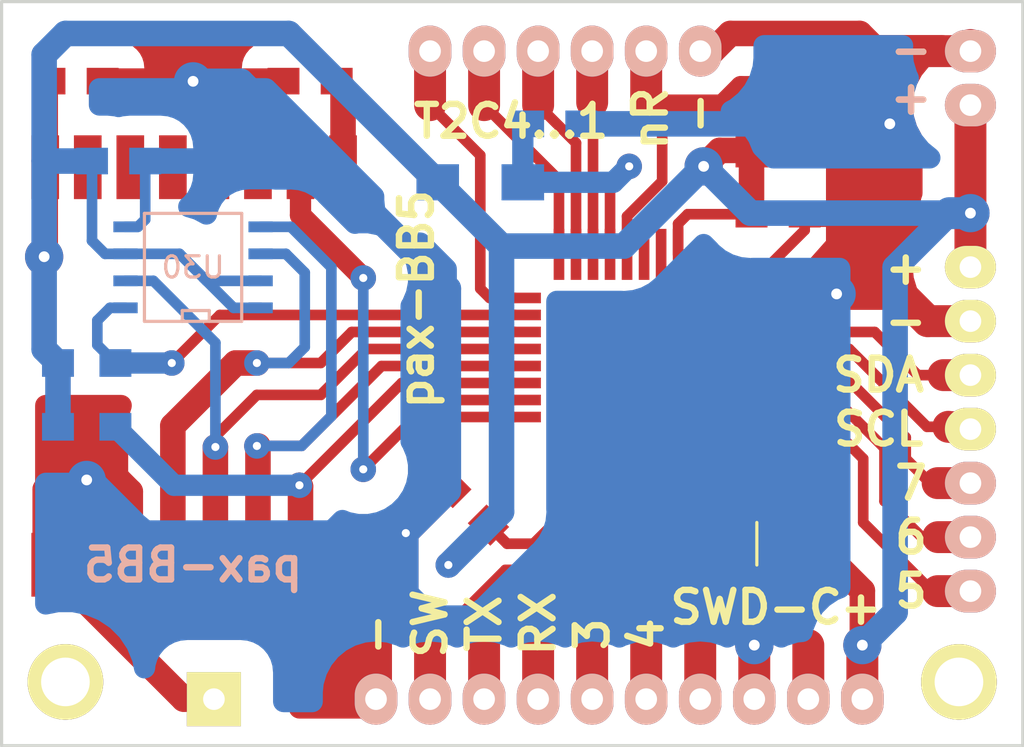
<source format=kicad_pcb>
(kicad_pcb (version 20171130) (host pcbnew 5.1.7-a382d34a8~88~ubuntu20.04.1)

  (general
    (thickness 1.6)
    (drawings 27)
    (tracks 285)
    (zones 0)
    (modules 27)
    (nets 31)
  )

  (page A4)
  (layers
    (0 F.Cu signal)
    (31 B.Cu signal)
    (32 B.Adhes user)
    (33 F.Adhes user)
    (34 B.Paste user)
    (35 F.Paste user)
    (36 B.SilkS user)
    (37 F.SilkS user)
    (38 B.Mask user)
    (39 F.Mask user)
    (40 Dwgs.User user)
    (41 Cmts.User user)
    (42 Eco1.User user)
    (43 Eco2.User user)
    (44 Edge.Cuts user)
    (45 Margin user)
    (46 B.CrtYd user)
    (47 F.CrtYd user)
    (48 B.Fab user)
    (49 F.Fab user)
  )

  (setup
    (last_trace_width 0.5)
    (user_trace_width 0.75)
    (user_trace_width 1)
    (user_trace_width 1.2)
    (user_trace_width 1.5)
    (trace_clearance 0.25)
    (zone_clearance 1)
    (zone_45_only no)
    (trace_min 0.5)
    (via_size 1.2)
    (via_drill 0.381)
    (via_min_size 1)
    (via_min_drill 0.254)
    (user_via 1.8 0.4)
    (user_via 1.8 0.508)
    (user_via 2 1.016)
    (uvia_size 0.3)
    (uvia_drill 0.1)
    (uvias_allowed no)
    (uvia_min_size 0.2)
    (uvia_min_drill 0.1)
    (edge_width 0.15)
    (segment_width 0.2)
    (pcb_text_width 0.3)
    (pcb_text_size 1.5 1.5)
    (mod_edge_width 0.15)
    (mod_text_size 1 1)
    (mod_text_width 0.15)
    (pad_size 2.4 2)
    (pad_drill 1.016)
    (pad_to_mask_clearance 0.2)
    (aux_axis_origin 19.5 19.5)
    (grid_origin 19.5 19.5)
    (visible_elements 7FFDFFFF)
    (pcbplotparams
      (layerselection 0x010f0_80000001)
      (usegerberextensions true)
      (usegerberattributes true)
      (usegerberadvancedattributes true)
      (creategerberjobfile true)
      (excludeedgelayer true)
      (linewidth 0.100000)
      (plotframeref false)
      (viasonmask false)
      (mode 1)
      (useauxorigin false)
      (hpglpennumber 1)
      (hpglpenspeed 20)
      (hpglpendiameter 15.000000)
      (psnegative false)
      (psa4output false)
      (plotreference false)
      (plotvalue false)
      (plotinvisibletext false)
      (padsonsilk false)
      (subtractmaskfromsilk false)
      (outputformat 1)
      (mirror false)
      (drillshape 0)
      (scaleselection 1)
      (outputdirectory "Output/"))
  )

  (net 0 "")
  (net 1 GND)
  (net 2 VDD)
  (net 3 /NRST)
  (net 4 /SWCLK)
  (net 5 /SWDIO)
  (net 6 "Net-(P20-Pad1)")
  (net 7 /SDA)
  (net 8 /SCL)
  (net 9 /GP1)
  (net 10 /GP2)
  (net 11 /GP3)
  (net 12 /MSCK)
  (net 13 /MISO)
  (net 14 /MOSI)
  (net 15 /RFint)
  (net 16 /CSM)
  (net 17 "Net-(C21-Pad1)")
  (net 18 /GP4)
  (net 19 /MRFSel)
  (net 20 "Net-(C4-Pad1)")
  (net 21 /T2C1)
  (net 22 /T2C2)
  (net 23 /T2C3)
  (net 24 /T2C4)
  (net 25 /ULED)
  (net 26 /GP5)
  (net 27 /GP6)
  (net 28 /GP7)
  (net 29 /GP0/USW)
  (net 30 "Net-(D90-PadK)")

  (net_class Default "This is the default net class."
    (clearance 0.25)
    (trace_width 0.5)
    (via_dia 1.2)
    (via_drill 0.381)
    (uvia_dia 0.3)
    (uvia_drill 0.1)
    (add_net /CSM)
    (add_net /GP0/USW)
    (add_net /GP1)
    (add_net /GP2)
    (add_net /GP3)
    (add_net /GP4)
    (add_net /GP5)
    (add_net /GP6)
    (add_net /GP7)
    (add_net /MISO)
    (add_net /MOSI)
    (add_net /MRFSel)
    (add_net /MSCK)
    (add_net /NRST)
    (add_net /RFint)
    (add_net /SCL)
    (add_net /SDA)
    (add_net /SWCLK)
    (add_net /SWDIO)
    (add_net /T2C1)
    (add_net /T2C2)
    (add_net /T2C3)
    (add_net /T2C4)
    (add_net /ULED)
    (add_net GND)
    (add_net "Net-(C21-Pad1)")
    (add_net "Net-(C4-Pad1)")
    (add_net "Net-(D90-PadK)")
    (add_net "Net-(P20-Pad1)")
    (add_net VDD)
  )

  (module pax-BB5:SOIC-8-N (layer B.Cu) (tedit 564908F7) (tstamp 55FBF37F)
    (at 29 32.5 90)
    (descr "Module Narrow CMS SOJ 8 pins large")
    (tags "CMS SOJ")
    (path /560C3C81)
    (attr smd)
    (fp_text reference U30 (at 0 0 180) (layer B.SilkS)
      (effects (font (size 1 1) (thickness 0.15)) (justify mirror))
    )
    (fp_text value M25P10-A (at 0 -1.27 90) (layer B.Fab)
      (effects (font (size 1 1) (thickness 0.15)) (justify mirror))
    )
    (fp_line (start -2.54 2.286) (end 2.54 2.286) (layer B.SilkS) (width 0.15))
    (fp_line (start 2.54 2.286) (end 2.54 -2.286) (layer B.SilkS) (width 0.15))
    (fp_line (start 2.54 -2.286) (end -2.54 -2.286) (layer B.SilkS) (width 0.15))
    (fp_line (start -2.54 -2.286) (end -2.54 2.286) (layer B.SilkS) (width 0.15))
    (fp_line (start -2.54 0.762) (end -2.032 0.762) (layer B.SilkS) (width 0.15))
    (fp_line (start -2.032 0.762) (end -2.032 -0.508) (layer B.SilkS) (width 0.15))
    (fp_line (start -2.032 -0.508) (end -2.54 -0.508) (layer B.SilkS) (width 0.15))
    (pad 8 smd rect (at -1.905 3.175 90) (size 0.508 1.143) (layers B.Cu B.Paste B.Mask)
      (net 2 VDD))
    (pad 7 smd rect (at -0.635 3.175 90) (size 0.508 1.143) (layers B.Cu B.Paste B.Mask)
      (net 2 VDD))
    (pad 6 smd rect (at 0.635 3.175 90) (size 0.508 1.143) (layers B.Cu B.Paste B.Mask)
      (net 12 /MSCK))
    (pad 5 smd rect (at 1.905 3.175 90) (size 0.508 1.143) (layers B.Cu B.Paste B.Mask)
      (net 14 /MOSI))
    (pad 4 smd rect (at 1.905 -3.175 90) (size 0.508 1.143) (layers B.Cu B.Paste B.Mask)
      (net 1 GND))
    (pad 3 smd rect (at 0.635 -3.175 90) (size 0.508 1.143) (layers B.Cu B.Paste B.Mask)
      (net 2 VDD))
    (pad 2 smd rect (at -0.635 -3.175 90) (size 0.508 1.143) (layers B.Cu B.Paste B.Mask)
      (net 13 /MISO))
    (pad 1 smd rect (at -1.905 -3.175 90) (size 0.508 1.143) (layers B.Cu B.Paste B.Mask)
      (net 16 /CSM))
    (model SMD_Packages.3dshapes/SOIC-8-N.wrl
      (at (xyz 0 0 0))
      (scale (xyz 0.5 0.38 0.5))
      (rotate (xyz 0 0 0))
    )
  )

  (module pax-BB5:C_1206_HandSoldering (layer F.Cu) (tedit 56490686) (tstamp 5649083C)
    (at 57.5 27)
    (descr "Capacitor SMD 1206, hand soldering")
    (tags "capacitor 1206")
    (path /56463E4D)
    (attr smd)
    (fp_text reference C1 (at 0 -2.3) (layer F.Fab)
      (effects (font (size 1 1) (thickness 0.15)))
    )
    (fp_text value 10uF (at 0 2.3) (layer F.Fab)
      (effects (font (size 1 1) (thickness 0.15)))
    )
    (fp_line (start -3.3 -1.15) (end 3.3 -1.15) (layer F.CrtYd) (width 0.05))
    (fp_line (start -3.3 1.15) (end 3.3 1.15) (layer F.CrtYd) (width 0.05))
    (fp_line (start -3.3 -1.15) (end -3.3 1.15) (layer F.CrtYd) (width 0.05))
    (fp_line (start 3.3 -1.15) (end 3.3 1.15) (layer F.CrtYd) (width 0.05))
    (pad 1 smd rect (at -2 0) (size 2 1.6) (layers F.Cu F.Paste F.Mask)
      (net 2 VDD))
    (pad 2 smd rect (at 2 0) (size 2 1.6) (layers F.Cu F.Paste F.Mask)
      (net 1 GND))
    (model Capacitors_SMD.3dshapes/C_1206_HandSoldering.wrl
      (at (xyz 0 0 0))
      (scale (xyz 1 1 1))
      (rotate (xyz 0 0 0))
    )
  )

  (module pax-BB5:C_0805_HandSoldering (layer F.Cu) (tedit 56490661) (tstamp 56490841)
    (at 56.5 30)
    (descr "Capacitor SMD 0805, hand soldering")
    (tags "capacitor 0805")
    (path /56463B6D)
    (attr smd)
    (fp_text reference C2 (at 0 -2.1) (layer F.Fab)
      (effects (font (size 1 1) (thickness 0.15)))
    )
    (fp_text value 100nF (at 0 2.1) (layer F.Fab)
      (effects (font (size 1 1) (thickness 0.15)))
    )
    (fp_line (start -2.3 -1) (end 2.3 -1) (layer F.CrtYd) (width 0.05))
    (fp_line (start -2.3 1) (end 2.3 1) (layer F.CrtYd) (width 0.05))
    (fp_line (start -2.3 -1) (end -2.3 1) (layer F.CrtYd) (width 0.05))
    (fp_line (start 2.3 -1) (end 2.3 1) (layer F.CrtYd) (width 0.05))
    (pad 1 smd rect (at -1.25 0) (size 1.5 1.25) (layers F.Cu F.Paste F.Mask)
      (net 2 VDD))
    (pad 2 smd rect (at 1.25 0) (size 1.5 1.25) (layers F.Cu F.Paste F.Mask)
      (net 1 GND))
    (model Capacitors_SMD.3dshapes/C_0805_HandSoldering.wrl
      (at (xyz 0 0 0))
      (scale (xyz 1 1 1))
      (rotate (xyz 0 0 0))
    )
  )

  (module pax-BB5:C_0805_HandSoldering (layer F.Cu) (tedit 56490661) (tstamp 56490846)
    (at 42 43.74 135)
    (descr "Capacitor SMD 0805, hand soldering")
    (tags "capacitor 0805")
    (path /56463D53)
    (attr smd)
    (fp_text reference C3 (at 0 -2.1 135) (layer F.Fab)
      (effects (font (size 1 1) (thickness 0.15)))
    )
    (fp_text value 100nF (at 0 2.1 135) (layer F.Fab)
      (effects (font (size 1 1) (thickness 0.15)))
    )
    (fp_line (start -2.3 -1) (end 2.3 -1) (layer F.CrtYd) (width 0.05))
    (fp_line (start -2.3 1) (end 2.3 1) (layer F.CrtYd) (width 0.05))
    (fp_line (start -2.3 -1) (end -2.3 1) (layer F.CrtYd) (width 0.05))
    (fp_line (start 2.3 -1) (end 2.3 1) (layer F.CrtYd) (width 0.05))
    (pad 1 smd rect (at -1.25 0 135) (size 1.5 1.25) (layers F.Cu F.Paste F.Mask)
      (net 2 VDD))
    (pad 2 smd rect (at 1.25 0 135) (size 1.5 1.25) (layers F.Cu F.Paste F.Mask)
      (net 1 GND))
    (model Capacitors_SMD.3dshapes/C_0805_HandSoldering.wrl
      (at (xyz 0 0 0))
      (scale (xyz 1 1 1))
      (rotate (xyz 0 0 0))
    )
  )

  (module pax-BB5:C_0805_HandSoldering (layer B.Cu) (tedit 56490661) (tstamp 5649084B)
    (at 46 25.75)
    (descr "Capacitor SMD 0805, hand soldering")
    (tags "capacitor 0805")
    (path /56463DF8)
    (attr smd)
    (fp_text reference C4 (at 0 2.1) (layer B.Fab)
      (effects (font (size 1 1) (thickness 0.15)) (justify mirror))
    )
    (fp_text value 100nF (at 0 -2.1) (layer B.Fab)
      (effects (font (size 1 1) (thickness 0.15)) (justify mirror))
    )
    (fp_line (start -2.3 1) (end 2.3 1) (layer B.CrtYd) (width 0.05))
    (fp_line (start -2.3 -1) (end 2.3 -1) (layer B.CrtYd) (width 0.05))
    (fp_line (start -2.3 1) (end -2.3 -1) (layer B.CrtYd) (width 0.05))
    (fp_line (start 2.3 1) (end 2.3 -1) (layer B.CrtYd) (width 0.05))
    (pad 1 smd rect (at -1.25 0) (size 1.5 1.25) (layers B.Cu B.Paste B.Mask)
      (net 20 "Net-(C4-Pad1)"))
    (pad 2 smd rect (at 1.25 0) (size 1.5 1.25) (layers B.Cu B.Paste B.Mask)
      (net 1 GND))
    (model Capacitors_SMD.3dshapes/C_0805_HandSoldering.wrl
      (at (xyz 0 0 0))
      (scale (xyz 1 1 1))
      (rotate (xyz 0 0 0))
    )
  )

  (module pax-BB5:C_0805_HandSoldering (layer F.Cu) (tedit 56490661) (tstamp 56490850)
    (at 58.25 24)
    (descr "Capacitor SMD 0805, hand soldering")
    (tags "capacitor 0805")
    (path /56463DA4)
    (attr smd)
    (fp_text reference C5 (at 0 -2.1) (layer F.Fab)
      (effects (font (size 1 1) (thickness 0.15)))
    )
    (fp_text value 100nF (at 0 2.1) (layer F.Fab)
      (effects (font (size 1 1) (thickness 0.15)))
    )
    (fp_line (start -2.3 -1) (end 2.3 -1) (layer F.CrtYd) (width 0.05))
    (fp_line (start -2.3 1) (end 2.3 1) (layer F.CrtYd) (width 0.05))
    (fp_line (start -2.3 -1) (end -2.3 1) (layer F.CrtYd) (width 0.05))
    (fp_line (start 2.3 -1) (end 2.3 1) (layer F.CrtYd) (width 0.05))
    (pad 1 smd rect (at -1.25 0) (size 1.5 1.25) (layers F.Cu F.Paste F.Mask)
      (net 3 /NRST))
    (pad 2 smd rect (at 1.25 0) (size 1.5 1.25) (layers F.Cu F.Paste F.Mask)
      (net 1 GND))
    (model Capacitors_SMD.3dshapes/C_0805_HandSoldering.wrl
      (at (xyz 0 0 0))
      (scale (xyz 1 1 1))
      (rotate (xyz 0 0 0))
    )
  )

  (module pax-BB5:C_0805_HandSoldering (layer F.Cu) (tedit 56490661) (tstamp 56490855)
    (at 23.5 23.74)
    (descr "Capacitor SMD 0805, hand soldering")
    (tags "capacitor 0805")
    (path /564647D8)
    (attr smd)
    (fp_text reference C20 (at 0 -2.1) (layer F.Fab)
      (effects (font (size 1 1) (thickness 0.15)))
    )
    (fp_text value 100nF (at 0 2.1) (layer F.Fab)
      (effects (font (size 1 1) (thickness 0.15)))
    )
    (fp_line (start -2.3 -1) (end 2.3 -1) (layer F.CrtYd) (width 0.05))
    (fp_line (start -2.3 1) (end 2.3 1) (layer F.CrtYd) (width 0.05))
    (fp_line (start -2.3 -1) (end -2.3 1) (layer F.CrtYd) (width 0.05))
    (fp_line (start 2.3 -1) (end 2.3 1) (layer F.CrtYd) (width 0.05))
    (pad 1 smd rect (at -1.25 0) (size 1.5 1.25) (layers F.Cu F.Paste F.Mask)
      (net 2 VDD))
    (pad 2 smd rect (at 1.25 0) (size 1.5 1.25) (layers F.Cu F.Paste F.Mask)
      (net 1 GND))
    (model Capacitors_SMD.3dshapes/C_0805_HandSoldering.wrl
      (at (xyz 0 0 0))
      (scale (xyz 1 1 1))
      (rotate (xyz 0 0 0))
    )
  )

  (module pax-BB5:C_0805_HandSoldering (layer F.Cu) (tedit 56490661) (tstamp 5649085A)
    (at 34.5 23.74 180)
    (descr "Capacitor SMD 0805, hand soldering")
    (tags "capacitor 0805")
    (path /56464837)
    (attr smd)
    (fp_text reference C21 (at 0 -2.1 180) (layer F.Fab)
      (effects (font (size 1 1) (thickness 0.15)))
    )
    (fp_text value 100nF (at 0 2.1 180) (layer F.Fab)
      (effects (font (size 1 1) (thickness 0.15)))
    )
    (fp_line (start -2.3 -1) (end 2.3 -1) (layer F.CrtYd) (width 0.05))
    (fp_line (start -2.3 1) (end 2.3 1) (layer F.CrtYd) (width 0.05))
    (fp_line (start -2.3 -1) (end -2.3 1) (layer F.CrtYd) (width 0.05))
    (fp_line (start 2.3 -1) (end 2.3 1) (layer F.CrtYd) (width 0.05))
    (pad 1 smd rect (at -1.25 0 180) (size 1.5 1.25) (layers F.Cu F.Paste F.Mask)
      (net 17 "Net-(C21-Pad1)"))
    (pad 2 smd rect (at 1.25 0 180) (size 1.5 1.25) (layers F.Cu F.Paste F.Mask)
      (net 1 GND))
    (model Capacitors_SMD.3dshapes/C_0805_HandSoldering.wrl
      (at (xyz 0 0 0))
      (scale (xyz 1 1 1))
      (rotate (xyz 0 0 0))
    )
  )

  (module pax-BB5:C_0805_HandSoldering (layer B.Cu) (tedit 56490661) (tstamp 5649085F)
    (at 25.5 27.5)
    (descr "Capacitor SMD 0805, hand soldering")
    (tags "capacitor 0805")
    (path /56465AE6)
    (attr smd)
    (fp_text reference C30 (at 0 2.1) (layer B.Fab)
      (effects (font (size 1 1) (thickness 0.15)) (justify mirror))
    )
    (fp_text value 100nF (at 0 -2.1) (layer B.Fab)
      (effects (font (size 1 1) (thickness 0.15)) (justify mirror))
    )
    (fp_line (start -2.3 1) (end 2.3 1) (layer B.CrtYd) (width 0.05))
    (fp_line (start -2.3 -1) (end 2.3 -1) (layer B.CrtYd) (width 0.05))
    (fp_line (start -2.3 1) (end -2.3 -1) (layer B.CrtYd) (width 0.05))
    (fp_line (start 2.3 1) (end 2.3 -1) (layer B.CrtYd) (width 0.05))
    (pad 1 smd rect (at -1.25 0) (size 1.5 1.25) (layers B.Cu B.Paste B.Mask)
      (net 2 VDD))
    (pad 2 smd rect (at 1.25 0) (size 1.5 1.25) (layers B.Cu B.Paste B.Mask)
      (net 1 GND))
    (model Capacitors_SMD.3dshapes/C_0805_HandSoldering.wrl
      (at (xyz 0 0 0))
      (scale (xyz 1 1 1))
      (rotate (xyz 0 0 0))
    )
  )

  (module pax-BB5:R_1206_HandSoldering (layer B.Cu) (tedit 5649072E) (tstamp 56490864)
    (at 42.5 28.5)
    (descr "Resistor SMD 1206, hand soldering")
    (tags "resistor 1206")
    (path /563D2C0F)
    (attr smd)
    (fp_text reference L1 (at 0 2.3) (layer B.Fab)
      (effects (font (size 1 1) (thickness 0.15)) (justify mirror))
    )
    (fp_text value INDUCTOR (at 0 -2.3) (layer B.Fab)
      (effects (font (size 1 1) (thickness 0.15)) (justify mirror))
    )
    (fp_line (start -3.3 1.2) (end 3.3 1.2) (layer B.CrtYd) (width 0.05))
    (fp_line (start -3.3 -1.2) (end 3.3 -1.2) (layer B.CrtYd) (width 0.05))
    (fp_line (start -3.3 1.2) (end -3.3 -1.2) (layer B.CrtYd) (width 0.05))
    (fp_line (start 3.3 1.2) (end 3.3 -1.2) (layer B.CrtYd) (width 0.05))
    (pad 1 smd rect (at -2 0) (size 2 1.7) (layers B.Cu B.Paste B.Mask)
      (net 2 VDD))
    (pad 2 smd rect (at 2 0) (size 2 1.7) (layers B.Cu B.Paste B.Mask)
      (net 20 "Net-(C4-Pad1)"))
    (model Resistors_SMD.3dshapes/R_1206_HandSoldering.wrl
      (at (xyz 0 0 0))
      (scale (xyz 1 1 1))
      (rotate (xyz 0 0 0))
    )
  )

  (module pax-BB5:R_0805_HandSoldering (layer B.Cu) (tedit 56490711) (tstamp 56490869)
    (at 24 37)
    (descr "Resistor SMD 0805, hand soldering")
    (tags "resistor 0805")
    (path /5648B47E)
    (attr smd)
    (fp_text reference R1 (at 0 2.1) (layer B.Fab)
      (effects (font (size 1 1) (thickness 0.15)) (justify mirror))
    )
    (fp_text value 47k (at 0 -2.1) (layer B.Fab)
      (effects (font (size 1 1) (thickness 0.15)) (justify mirror))
    )
    (fp_line (start -2.4 1) (end 2.4 1) (layer B.CrtYd) (width 0.05))
    (fp_line (start -2.4 -1) (end 2.4 -1) (layer B.CrtYd) (width 0.05))
    (fp_line (start -2.4 1) (end -2.4 -1) (layer B.CrtYd) (width 0.05))
    (fp_line (start 2.4 1) (end 2.4 -1) (layer B.CrtYd) (width 0.05))
    (pad 1 smd rect (at -1.35 0) (size 1.5 1.3) (layers B.Cu B.Paste B.Mask)
      (net 2 VDD))
    (pad 2 smd rect (at 1.35 0) (size 1.5 1.3) (layers B.Cu B.Paste B.Mask)
      (net 16 /CSM))
    (model Resistors_SMD.3dshapes/R_0805_HandSoldering.wrl
      (at (xyz 0 0 0))
      (scale (xyz 1 1 1))
      (rotate (xyz 0 0 0))
    )
  )

  (module pax-BB5:R_0805_HandSoldering (layer B.Cu) (tedit 56490711) (tstamp 5649086E)
    (at 24 40)
    (descr "Resistor SMD 0805, hand soldering")
    (tags "resistor 0805")
    (path /5648B5D9)
    (attr smd)
    (fp_text reference R2 (at 0 2.1) (layer B.Fab)
      (effects (font (size 1 1) (thickness 0.15)) (justify mirror))
    )
    (fp_text value 47k (at 0 -2.1) (layer B.Fab)
      (effects (font (size 1 1) (thickness 0.15)) (justify mirror))
    )
    (fp_line (start -2.4 1) (end 2.4 1) (layer B.CrtYd) (width 0.05))
    (fp_line (start -2.4 -1) (end 2.4 -1) (layer B.CrtYd) (width 0.05))
    (fp_line (start -2.4 1) (end -2.4 -1) (layer B.CrtYd) (width 0.05))
    (fp_line (start 2.4 1) (end 2.4 -1) (layer B.CrtYd) (width 0.05))
    (pad 1 smd rect (at -1.35 0) (size 1.5 1.3) (layers B.Cu B.Paste B.Mask)
      (net 2 VDD))
    (pad 2 smd rect (at 1.35 0) (size 1.5 1.3) (layers B.Cu B.Paste B.Mask)
      (net 19 /MRFSel))
    (model Resistors_SMD.3dshapes/R_0805_HandSoldering.wrl
      (at (xyz 0 0 0))
      (scale (xyz 1 1 1))
      (rotate (xyz 0 0 0))
    )
  )

  (module pax-BB5:R_1206_HandSoldering (layer F.Cu) (tedit 5649072E) (tstamp 56490873)
    (at 56.25 42.5)
    (descr "Resistor SMD 1206, hand soldering")
    (tags "resistor 1206")
    (path /5646612D)
    (attr smd)
    (fp_text reference R90 (at 0 -2.3) (layer F.Fab)
      (effects (font (size 1 1) (thickness 0.15)))
    )
    (fp_text value 330 (at 0 2.3) (layer F.Fab)
      (effects (font (size 1 1) (thickness 0.15)))
    )
    (fp_line (start -3.3 -1.2) (end 3.3 -1.2) (layer F.CrtYd) (width 0.05))
    (fp_line (start -3.3 1.2) (end 3.3 1.2) (layer F.CrtYd) (width 0.05))
    (fp_line (start -3.3 -1.2) (end -3.3 1.2) (layer F.CrtYd) (width 0.05))
    (fp_line (start 3.3 -1.2) (end 3.3 1.2) (layer F.CrtYd) (width 0.05))
    (pad 1 smd rect (at -2 0) (size 2 1.7) (layers F.Cu F.Paste F.Mask)
      (net 30 "Net-(D90-PadK)"))
    (pad 2 smd rect (at 2 0) (size 2 1.7) (layers F.Cu F.Paste F.Mask)
      (net 25 /ULED))
    (model Resistors_SMD.3dshapes/R_1206_HandSoldering.wrl
      (at (xyz 0 0 0))
      (scale (xyz 1 1 1))
      (rotate (xyz 0 0 0))
    )
  )

  (module pax-BB5:Pin_Header_Straight_1x04 (layer B.Cu) (tedit 564A4D03) (tstamp 56490621)
    (at 47.76 22.33 90)
    (descr "Through hole pin header")
    (tags "pin header")
    (path /56465560)
    (fp_text reference P12 (at 0 5.1 90) (layer B.Fab)
      (effects (font (size 1 1) (thickness 0.15)) (justify mirror))
    )
    (fp_text value ConnP2 (at 0 3.1 90) (layer B.Fab)
      (effects (font (size 1 1) (thickness 0.15)) (justify mirror))
    )
    (fp_line (start -1.75 1.75) (end -1.75 -9.4) (layer B.CrtYd) (width 0.05))
    (fp_line (start 1.75 1.75) (end 1.75 -9.4) (layer B.CrtYd) (width 0.05))
    (fp_line (start -1.75 1.75) (end 1.75 1.75) (layer B.CrtYd) (width 0.05))
    (fp_line (start -1.75 -9.4) (end 1.75 -9.4) (layer B.CrtYd) (width 0.05))
    (pad 1 thru_hole oval (at 0 0 90) (size 2.4 2) (drill 1.016) (layers *.Cu *.Mask B.SilkS)
      (net 21 /T2C1))
    (pad 2 thru_hole oval (at 0 -2.54 90) (size 2.4 2) (drill 1.016) (layers *.Cu *.Mask B.SilkS)
      (net 22 /T2C2))
    (pad 3 thru_hole oval (at 0 -5.08 90) (size 2.4 2) (drill 1.016) (layers *.Cu *.Mask B.SilkS)
      (net 23 /T2C3))
    (pad 4 thru_hole oval (at 0 -7.62 90) (size 2.4 2) (drill 1.016) (layers *.Cu *.Mask B.SilkS)
      (net 24 /T2C4))
    (model Pin_Headers.3dshapes/Pin_Header_Straight_1x04.wrl
      (offset (xyz 0 -3.809999942779541 0))
      (scale (xyz 1 1 1))
      (rotate (xyz 0 0 90))
    )
  )

  (module pax-BB5:Pin_Header_Straight_1x02 (layer B.Cu) (tedit 564A4C82) (tstamp 5649060E)
    (at 50.3 22.33 270)
    (descr "Through hole pin header")
    (tags "pin header")
    (path /56479AA7)
    (fp_text reference P3 (at 0 5.1 270) (layer B.Fab)
      (effects (font (size 1 1) (thickness 0.15)) (justify mirror))
    )
    (fp_text value nReset (at 0 3.1 270) (layer B.Fab)
      (effects (font (size 1 1) (thickness 0.15)) (justify mirror))
    )
    (fp_line (start -1.75 1.75) (end -1.75 -4.3) (layer B.CrtYd) (width 0.05))
    (fp_line (start 1.75 1.75) (end 1.75 -4.3) (layer B.CrtYd) (width 0.05))
    (fp_line (start -1.75 1.75) (end 1.75 1.75) (layer B.CrtYd) (width 0.05))
    (fp_line (start -1.75 -4.3) (end 1.75 -4.3) (layer B.CrtYd) (width 0.05))
    (pad 1 thru_hole oval (at 0 0 270) (size 2.4 2) (drill 1.016) (layers *.Cu *.Mask B.SilkS)
      (net 3 /NRST))
    (pad 2 thru_hole oval (at 0 -2.54 270) (size 2.4 2) (drill 1.016) (layers *.Cu *.Mask B.SilkS)
      (net 1 GND))
    (model Pin_Headers.3dshapes/Pin_Header_Straight_1x02.wrl
      (offset (xyz 0 -1.269999980926514 0))
      (scale (xyz 1 1 1))
      (rotate (xyz 0 0 90))
    )
  )

  (module pax-BB5:Pin_Header_Straight_1x02 (layer B.Cu) (tedit 564A4C82) (tstamp 56490602)
    (at 65.54 24.87)
    (descr "Through hole pin header")
    (tags "pin header")
    (path /56465932)
    (fp_text reference P1 (at 0 5.1) (layer B.Fab)
      (effects (font (size 1 1) (thickness 0.15)) (justify mirror))
    )
    (fp_text value PwrIn (at 0 3.1) (layer B.Fab)
      (effects (font (size 1 1) (thickness 0.15)) (justify mirror))
    )
    (fp_line (start -1.75 1.75) (end -1.75 -4.3) (layer B.CrtYd) (width 0.05))
    (fp_line (start 1.75 1.75) (end 1.75 -4.3) (layer B.CrtYd) (width 0.05))
    (fp_line (start -1.75 1.75) (end 1.75 1.75) (layer B.CrtYd) (width 0.05))
    (fp_line (start -1.75 -4.3) (end 1.75 -4.3) (layer B.CrtYd) (width 0.05))
    (pad 1 thru_hole oval (at 0 0) (size 2.4 2) (drill 1.016) (layers *.Cu *.Mask B.SilkS)
      (net 2 VDD))
    (pad 2 thru_hole oval (at 0 -2.54) (size 2.4 2) (drill 1.016) (layers *.Cu *.Mask B.SilkS)
      (net 1 GND))
    (model Pin_Headers.3dshapes/Pin_Header_Straight_1x02.wrl
      (offset (xyz 0 -1.269999980926514 0))
      (scale (xyz 1 1 1))
      (rotate (xyz 0 0 90))
    )
  )

  (module pax-BB5:Pin_Header_Straight_1x04 (layer F.Cu) (tedit 566B50B9) (tstamp 56490613)
    (at 65.54 32.49)
    (descr "Through hole pin header")
    (tags "pin header")
    (path /563D0553)
    (fp_text reference P10 (at 0 -5.1) (layer F.Fab)
      (effects (font (size 1 1) (thickness 0.15)))
    )
    (fp_text value I2C_Sens (at 1.71 -2.99 90) (layer F.Fab)
      (effects (font (size 1 1) (thickness 0.15)))
    )
    (fp_line (start -1.75 -1.75) (end -1.75 9.4) (layer F.CrtYd) (width 0.05))
    (fp_line (start 1.75 -1.75) (end 1.75 9.4) (layer F.CrtYd) (width 0.05))
    (fp_line (start -1.75 -1.75) (end 1.75 -1.75) (layer F.CrtYd) (width 0.05))
    (fp_line (start -1.75 9.4) (end 1.75 9.4) (layer F.CrtYd) (width 0.05))
    (pad 1 thru_hole oval (at 0 0) (size 2.4 2) (drill 1.016) (layers *.Cu *.Mask F.SilkS)
      (net 2 VDD))
    (pad 2 thru_hole oval (at 0 2.54) (size 2.4 2) (drill 1.016) (layers *.Cu *.Mask F.SilkS)
      (net 1 GND))
    (pad 3 thru_hole oval (at 0 5.08) (size 2.4 2) (drill 1.016) (layers *.Cu *.Mask F.SilkS)
      (net 7 /SDA))
    (pad 4 thru_hole oval (at 0 7.62) (size 2.4 2) (drill 1.016) (layers *.Cu *.Mask F.SilkS)
      (net 8 /SCL))
    (model Pin_Headers.3dshapes/Pin_Header_Straight_1x04.wrl
      (offset (xyz 0 -3.809999942779541 0))
      (scale (xyz 1 1 1))
      (rotate (xyz 0 0 90))
    )
  )

  (module pax-BB5:Pin_Header_Straight_1x03 (layer B.Cu) (tedit 564A4CAD) (tstamp 56490628)
    (at 65.54 47.73)
    (descr "Through hole pin header")
    (tags "pin header")
    (path /56465F26)
    (fp_text reference P13 (at 0 5.1) (layer B.Fab)
      (effects (font (size 1 1) (thickness 0.15)) (justify mirror))
    )
    (fp_text value ConnP3 (at 0 3.1) (layer B.Fab)
      (effects (font (size 1 1) (thickness 0.15)) (justify mirror))
    )
    (fp_line (start -1.75 1.75) (end -1.75 -6.85) (layer B.CrtYd) (width 0.05))
    (fp_line (start 1.75 1.75) (end 1.75 -6.85) (layer B.CrtYd) (width 0.05))
    (fp_line (start -1.75 1.75) (end 1.75 1.75) (layer B.CrtYd) (width 0.05))
    (fp_line (start -1.75 -6.85) (end 1.75 -6.85) (layer B.CrtYd) (width 0.05))
    (pad 1 thru_hole oval (at 0 0) (size 2.4 2) (drill 1.016) (layers *.Cu *.Mask B.SilkS)
      (net 26 /GP5))
    (pad 2 thru_hole oval (at 0 -2.54) (size 2.4 2) (drill 1.016) (layers *.Cu *.Mask B.SilkS)
      (net 27 /GP6))
    (pad 3 thru_hole oval (at 0 -5.08) (size 2.4 2) (drill 1.016) (layers *.Cu *.Mask B.SilkS)
      (net 28 /GP7))
    (model Pin_Headers.3dshapes/Pin_Header_Straight_1x03.wrl
      (offset (xyz 0 -2.539999961853027 0))
      (scale (xyz 1 1 1))
      (rotate (xyz 0 0 90))
    )
  )

  (module pax-BB5:Pin_Header_Straight_1x04 (layer B.Cu) (tedit 564A4D03) (tstamp 56490607)
    (at 60.46 52.81 90)
    (descr "Through hole pin header")
    (tags "pin header")
    (path /563D0490)
    (fp_text reference P2 (at 0 5.1 90) (layer B.Fab)
      (effects (font (size 1 1) (thickness 0.15)) (justify mirror))
    )
    (fp_text value SWD (at 0 3.1 90) (layer B.Fab)
      (effects (font (size 1 1) (thickness 0.15)) (justify mirror))
    )
    (fp_line (start -1.75 1.75) (end -1.75 -9.4) (layer B.CrtYd) (width 0.05))
    (fp_line (start 1.75 1.75) (end 1.75 -9.4) (layer B.CrtYd) (width 0.05))
    (fp_line (start -1.75 1.75) (end 1.75 1.75) (layer B.CrtYd) (width 0.05))
    (fp_line (start -1.75 -9.4) (end 1.75 -9.4) (layer B.CrtYd) (width 0.05))
    (pad 1 thru_hole oval (at 0 0 90) (size 2.4 2) (drill 1.016) (layers *.Cu *.Mask B.SilkS)
      (net 2 VDD))
    (pad 2 thru_hole oval (at 0 -2.54 90) (size 2.4 2) (drill 1.016) (layers *.Cu *.Mask B.SilkS)
      (net 4 /SWCLK))
    (pad 3 thru_hole oval (at 0 -5.08 90) (size 2.4 2) (drill 1.016) (layers *.Cu *.Mask B.SilkS)
      (net 1 GND))
    (pad 4 thru_hole oval (at 0 -7.62 90) (size 2.4 2) (drill 1.016) (layers *.Cu *.Mask B.SilkS)
      (net 5 /SWDIO))
    (model Pin_Headers.3dshapes/Pin_Header_Straight_1x04.wrl
      (offset (xyz 0 -3.809999942779541 0))
      (scale (xyz 1 1 1))
      (rotate (xyz 0 0 90))
    )
  )

  (module pax-BB5:Pin_Header_Straight_1x04 (layer B.Cu) (tedit 564A4D03) (tstamp 5649061A)
    (at 42.68 52.81 270)
    (descr "Through hole pin header")
    (tags "pin header")
    (path /56465632)
    (fp_text reference P11 (at 0 5.1 270) (layer B.Fab)
      (effects (font (size 1 1) (thickness 0.15)) (justify mirror))
    )
    (fp_text value ConnP1 (at 0 3.1 270) (layer B.Fab)
      (effects (font (size 1 1) (thickness 0.15)) (justify mirror))
    )
    (fp_line (start -1.75 1.75) (end -1.75 -9.4) (layer B.CrtYd) (width 0.05))
    (fp_line (start 1.75 1.75) (end 1.75 -9.4) (layer B.CrtYd) (width 0.05))
    (fp_line (start -1.75 1.75) (end 1.75 1.75) (layer B.CrtYd) (width 0.05))
    (fp_line (start -1.75 -9.4) (end 1.75 -9.4) (layer B.CrtYd) (width 0.05))
    (pad 1 thru_hole oval (at 0 0 270) (size 2.4 2) (drill 1.016) (layers *.Cu *.Mask B.SilkS)
      (net 9 /GP1))
    (pad 2 thru_hole oval (at 0 -2.54 270) (size 2.4 2) (drill 1.016) (layers *.Cu *.Mask B.SilkS)
      (net 10 /GP2))
    (pad 3 thru_hole oval (at 0 -5.08 270) (size 2.4 2) (drill 1.016) (layers *.Cu *.Mask B.SilkS)
      (net 11 /GP3))
    (pad 4 thru_hole oval (at 0 -7.62 270) (size 2.4 2) (drill 1.016) (layers *.Cu *.Mask B.SilkS)
      (net 18 /GP4))
    (model Pin_Headers.3dshapes/Pin_Header_Straight_1x04.wrl
      (offset (xyz 0 -3.809999942779541 0))
      (scale (xyz 1 1 1))
      (rotate (xyz 0 0 90))
    )
  )

  (module pax-BB5:Pin_Header_Straight_1x02 (layer B.Cu) (tedit 564A4C82) (tstamp 56490632)
    (at 40.14 52.81 90)
    (descr "Through hole pin header")
    (tags "pin header")
    (path /564666AA)
    (fp_text reference P90 (at 0 5.1 90) (layer B.Fab)
      (effects (font (size 1 1) (thickness 0.15)) (justify mirror))
    )
    (fp_text value USw (at 0 3.1 90) (layer B.Fab)
      (effects (font (size 1 1) (thickness 0.15)) (justify mirror))
    )
    (fp_line (start -1.75 1.75) (end -1.75 -4.3) (layer B.CrtYd) (width 0.05))
    (fp_line (start 1.75 1.75) (end 1.75 -4.3) (layer B.CrtYd) (width 0.05))
    (fp_line (start -1.75 1.75) (end 1.75 1.75) (layer B.CrtYd) (width 0.05))
    (fp_line (start -1.75 -4.3) (end 1.75 -4.3) (layer B.CrtYd) (width 0.05))
    (pad 1 thru_hole oval (at 0 0 90) (size 2.4 2) (drill 1.016) (layers *.Cu *.Mask B.SilkS)
      (net 29 /GP0/USW))
    (pad 2 thru_hole oval (at 0 -2.54 90) (size 2.4 2) (drill 1.016) (layers *.Cu *.Mask B.SilkS)
      (net 1 GND))
    (model Pin_Headers.3dshapes/Pin_Header_Straight_1x02.wrl
      (offset (xyz 0 -1.269999980926514 0))
      (scale (xyz 1 1 1))
      (rotate (xyz 0 0 90))
    )
  )

  (module pax-BB5:Pin_Header_Straight_1x01 (layer F.Cu) (tedit 564A4C2A) (tstamp 5649062E)
    (at 29.98 52.81)
    (descr "Through hole pin header")
    (tags "pin header")
    (path /55FBF064)
    (fp_text reference P20 (at 0 -5.1) (layer F.Fab)
      (effects (font (size 1 1) (thickness 0.15)))
    )
    (fp_text value Antenna (at 0 -3.1) (layer F.Fab)
      (effects (font (size 1 1) (thickness 0.15)))
    )
    (fp_line (start -1.75 -1.75) (end -1.75 1.75) (layer F.CrtYd) (width 0.05))
    (fp_line (start 1.75 -1.75) (end 1.75 1.75) (layer F.CrtYd) (width 0.05))
    (fp_line (start -1.75 -1.75) (end 1.75 -1.75) (layer F.CrtYd) (width 0.05))
    (fp_line (start -1.75 1.75) (end 1.75 1.75) (layer F.CrtYd) (width 0.05))
    (pad 1 thru_hole rect (at 0 0) (size 2.54 2.54) (drill 1.016) (layers *.Cu *.Mask F.SilkS)
      (net 6 "Net-(P20-Pad1)"))
    (model Pin_Headers.3dshapes/Pin_Header_Straight_1x01.wrl
      (at (xyz 0 0 0))
      (scale (xyz 1 1 1))
      (rotate (xyz 0 0 90))
    )
  )

  (module pax-BB5:cHole (layer F.Cu) (tedit 564A4E38) (tstamp 56490063)
    (at 23 52)
    (descr "Through hole pin header")
    (tags "pin header")
    (path /56490AB8)
    (clearance 0.9)
    (fp_text reference H1 (at 0 -5.1) (layer F.Fab)
      (effects (font (size 1 1) (thickness 0.15)))
    )
    (fp_text value Hole (at 0 -3.1) (layer F.Fab) hide
      (effects (font (size 1 1) (thickness 0.15)))
    )
    (pad "" np_thru_hole circle (at 0 0) (size 3.556 3.556) (drill 2.286) (layers *.Cu *.Mask F.SilkS))
  )

  (module pax-BB5:cHole (layer F.Cu) (tedit 564A4E38) (tstamp 56490068)
    (at 65 52)
    (descr "Through hole pin header")
    (tags "pin header")
    (path /56490B4B)
    (clearance 0.9)
    (fp_text reference H2 (at 0 -5.1) (layer F.Fab)
      (effects (font (size 1 1) (thickness 0.15)))
    )
    (fp_text value Hole (at 0 -3.1) (layer F.Fab) hide
      (effects (font (size 1 1) (thickness 0.15)))
    )
    (pad "" np_thru_hole circle (at 0 0) (size 3.556 3.556) (drill 2.286) (layers *.Cu *.Mask F.SilkS))
  )

  (module pax-BB5:RFM69HW (layer F.Cu) (tedit 57E6DFAA) (tstamp 55FC77A8)
    (at 29 37.14 270)
    (path /55FAAFDD)
    (fp_text reference U20 (at 0.05 -1.05 270) (layer F.Fab)
      (effects (font (size 1 1) (thickness 0.15)))
    )
    (fp_text value RFM69HW (at 0.05 0.95 270) (layer F.Fab)
      (effects (font (size 1 1) (thickness 0.15)))
    )
    (fp_line (start -9.85 7.95) (end -9.85 -8.05) (layer F.Fab) (width 0.15))
    (fp_line (start -9.85 -8.05) (end 9.85 -8.05) (layer F.Fab) (width 0.15))
    (fp_line (start 9.85 -8.05) (end 9.85 7.95) (layer F.Fab) (width 0.15))
    (fp_line (start 9.85 7.95) (end -9.85 7.95) (layer F.Fab) (width 0.15))
    (pad 1 smd rect (at -9.35 -7.05 270) (size 3 1.3) (layers F.Cu F.Paste F.Mask)
      (net 17 "Net-(C21-Pad1)"))
    (pad 2 smd rect (at -9.35 -5.05 270) (size 3 1.3) (layers F.Cu F.Paste F.Mask)
      (net 15 /RFint))
    (pad 3 smd rect (at -9.35 -3.05 270) (size 3 1.3) (layers F.Cu F.Paste F.Mask))
    (pad 4 smd rect (at -9.35 -1.05 270) (size 3 1.3) (layers F.Cu F.Paste F.Mask))
    (pad 5 smd rect (at -9.35 0.95 270) (size 3 1.3) (layers F.Cu F.Paste F.Mask))
    (pad 6 smd rect (at -9.35 2.95 270) (size 3 1.3) (layers F.Cu F.Paste F.Mask))
    (pad 7 smd rect (at -9.35 4.95 270) (size 3 1.3) (layers F.Cu F.Paste F.Mask))
    (pad 8 smd rect (at -9.35 6.95 270) (size 3 1.3) (layers F.Cu F.Paste F.Mask)
      (net 2 VDD))
    (pad 9 smd rect (at 9.35 6.95 270) (size 3 1.3) (layers F.Cu F.Paste F.Mask)
      (net 1 GND))
    (pad 10 smd rect (at 9.35 4.95 270) (size 3 1.3) (layers F.Cu F.Paste F.Mask)
      (net 6 "Net-(P20-Pad1)"))
    (pad 11 smd rect (at 9.35 2.95 270) (size 3 1.3) (layers F.Cu F.Paste F.Mask)
      (net 1 GND))
    (pad 12 smd rect (at 9.35 0.95 270) (size 3 1.3) (layers F.Cu F.Paste F.Mask)
      (net 12 /MSCK))
    (pad 13 smd rect (at 9.35 -1.05 270) (size 3 1.3) (layers F.Cu F.Paste F.Mask)
      (net 13 /MISO))
    (pad 14 smd rect (at 9.35 -3.05 270) (size 3 1.3) (layers F.Cu F.Paste F.Mask)
      (net 14 /MOSI))
    (pad 15 smd rect (at 9.35 -5.05 270) (size 3 1.3) (layers F.Cu F.Paste F.Mask)
      (net 19 /MRFSel))
    (pad 16 smd rect (at 9.35 -7.05 270) (size 3 1.3) (layers F.Cu F.Paste F.Mask)
      (net 1 GND))
    (model /data/Projects/KiCad-Utils/3D-Packages/RFM69HW/RFM69HW.wrl
      (at (xyz 0 0 0))
      (scale (xyz 0.3937 0.3937 0.3937))
      (rotate (xyz 0 0 0))
    )
  )

  (module pax-BB5:cLQFP32-7 (layer F.Cu) (tedit 564A17FA) (tstamp 55FC7785)
    (at 49 36.74 180)
    (path /55FAAE7E)
    (clearance 0.1)
    (fp_text reference U1 (at 0 1.65 180) (layer F.Fab)
      (effects (font (size 0.8 0.8) (thickness 0.15)))
    )
    (fp_text value STM32L051x-P (at 0 -1.65 180) (layer F.Fab)
      (effects (font (size 1 1) (thickness 0.15)))
    )
    (fp_line (start -3.5 3.5) (end 3.5 3.5) (layer F.Fab) (width 0.15))
    (fp_line (start 3.5 3.5) (end 3.5 -3.5) (layer F.Fab) (width 0.15))
    (fp_line (start 3.5 -3.5) (end -3.5 -3.5) (layer F.Fab) (width 0.15))
    (fp_line (start -3.5 -3.5) (end -3.5 3.5) (layer F.Fab) (width 0.15))
    (pad 1 smd rect (at -2.8 4.85 180) (size 0.5 2.4) (layers F.Cu F.Paste F.Mask)
      (net 2 VDD) (clearance 0.1))
    (pad 2 smd rect (at -2 4.85 180) (size 0.5 2.4) (layers F.Cu F.Paste F.Mask)
      (clearance 0.1))
    (pad 3 smd rect (at -1.2 4.85 180) (size 0.5 2.4) (layers F.Cu F.Paste F.Mask)
      (clearance 0.1))
    (pad 4 smd rect (at -0.4 4.85 180) (size 0.5 2.4) (layers F.Cu F.Paste F.Mask)
      (net 3 /NRST) (clearance 0.1))
    (pad 5 smd rect (at 0.4 4.85 180) (size 0.5 2.4) (layers F.Cu F.Paste F.Mask)
      (net 20 "Net-(C4-Pad1)") (clearance 0.1))
    (pad 6 smd rect (at 1.2 4.85 180) (size 0.5 2.4) (layers F.Cu F.Paste F.Mask)
      (net 21 /T2C1) (clearance 0.1))
    (pad 7 smd rect (at 2 4.85 180) (size 0.5 2.4) (layers F.Cu F.Paste F.Mask)
      (net 22 /T2C2) (clearance 0.1))
    (pad 8 smd rect (at 2.8 4.85 180) (size 0.5 2.4) (layers F.Cu F.Paste F.Mask)
      (net 23 /T2C3) (clearance 0.1))
    (pad 9 smd rect (at 4.85 2.8 270) (size 0.5 2.4) (layers F.Cu F.Paste F.Mask)
      (net 24 /T2C4))
    (pad 10 smd rect (at 4.85 2 270) (size 0.5 2.4) (layers F.Cu F.Paste F.Mask)
      (net 16 /CSM))
    (pad 11 smd rect (at 4.85 1.2 270) (size 0.5 2.4) (layers F.Cu F.Paste F.Mask)
      (net 12 /MSCK))
    (pad 12 smd rect (at 4.85 0.4 270) (size 0.5 2.4) (layers F.Cu F.Paste F.Mask)
      (net 13 /MISO))
    (pad 13 smd rect (at 4.85 -0.4 270) (size 0.5 2.4) (layers F.Cu F.Paste F.Mask)
      (net 14 /MOSI))
    (pad 14 smd rect (at 4.85 -1.2 270) (size 0.5 2.4) (layers F.Cu F.Paste F.Mask)
      (net 19 /MRFSel))
    (pad 15 smd rect (at 4.85 -2 270) (size 0.5 2.4) (layers F.Cu F.Paste F.Mask)
      (net 15 /RFint))
    (pad 16 smd rect (at 4.85 -2.8 270) (size 0.5 2.4) (layers F.Cu F.Paste F.Mask)
      (net 1 GND))
    (pad 17 smd rect (at 2.8 -4.85 180) (size 0.5 2.4) (layers F.Cu F.Paste F.Mask)
      (net 2 VDD))
    (pad 18 smd rect (at 2 -4.85 180) (size 0.5 2.4) (layers F.Cu F.Paste F.Mask)
      (net 29 /GP0/USW))
    (pad 19 smd rect (at 1.2 -4.85 180) (size 0.5 2.4) (layers F.Cu F.Paste F.Mask)
      (net 9 /GP1))
    (pad 20 smd rect (at 0.4 -4.85 180) (size 0.5 2.4) (layers F.Cu F.Paste F.Mask)
      (net 10 /GP2))
    (pad 21 smd rect (at -0.4 -4.85 180) (size 0.5 2.4) (layers F.Cu F.Paste F.Mask)
      (net 11 /GP3))
    (pad 22 smd rect (at -1.2 -4.85 180) (size 0.5 2.4) (layers F.Cu F.Paste F.Mask)
      (net 18 /GP4))
    (pad 23 smd rect (at -2 -4.85 180) (size 0.5 2.4) (layers F.Cu F.Paste F.Mask)
      (net 5 /SWDIO))
    (pad 24 smd rect (at -2.8 -4.85 180) (size 0.5 2.4) (layers F.Cu F.Paste F.Mask)
      (net 4 /SWCLK))
    (pad 25 smd rect (at -4.85 -2.8 270) (size 0.5 2.4) (layers F.Cu F.Paste F.Mask)
      (net 25 /ULED))
    (pad 26 smd rect (at -4.85 -2 270) (size 0.5 2.4) (layers F.Cu F.Paste F.Mask)
      (net 26 /GP5))
    (pad 27 smd rect (at -4.85 -1.2 270) (size 0.5 2.4) (layers F.Cu F.Paste F.Mask)
      (net 27 /GP6))
    (pad 28 smd rect (at -4.85 -0.4 270) (size 0.5 2.4) (layers F.Cu F.Paste F.Mask)
      (net 28 /GP7))
    (pad 29 smd rect (at -4.85 0.4 270) (size 0.5 2.4) (layers F.Cu F.Paste F.Mask)
      (net 8 /SCL))
    (pad 30 smd rect (at -4.85 1.2 270) (size 0.5 2.4) (layers F.Cu F.Paste F.Mask)
      (net 7 /SDA))
    (pad 31 smd rect (at -4.85 2 270) (size 0.5 2.4) (layers F.Cu F.Paste F.Mask)
      (net 1 GND))
    (pad 32 smd rect (at -4.85 2.8 270) (size 0.5 2.4) (layers F.Cu F.Paste F.Mask)
      (net 1 GND))
    (model SMD_Packages.3dshapes/TQFP-32.wrl
      (at (xyz 0 0 0))
      (scale (xyz 1 1 1))
      (rotate (xyz 0 0 270))
    )
  )

  (module pax-BB5:LED_1206_HandSoldering (layer F.Cu) (tedit 57153F10) (tstamp 56466180)
    (at 56.25 45.5 180)
    (descr "LED SMD 1206, hand soldering")
    (tags "LED 1206")
    (path /56466190)
    (attr smd)
    (fp_text reference D90 (at 0 -2.3 180) (layer F.Fab)
      (effects (font (size 1 1) (thickness 0.15)))
    )
    (fp_text value LED (at 0 2.3 180) (layer F.Fab)
      (effects (font (size 1 1) (thickness 0.15)))
    )
    (fp_line (start -1.6 -0.8) (end 1.6 -0.8) (layer F.Fab) (width 0.1))
    (fp_line (start 1.6 -0.8) (end 1.6 0.8) (layer F.Fab) (width 0.1))
    (fp_line (start 1.6 0.8) (end -1.6 0.8) (layer F.Fab) (width 0.1))
    (fp_line (start -1.6 0.8) (end -1.6 -0.8) (layer F.Fab) (width 0.1))
    (fp_line (start 0.75 -1) (end 0.75 1) (layer F.SilkS) (width 0.15))
    (pad A smd rect (at -2 0 180) (size 2 1.5) (layers F.Cu F.Paste F.Mask)
      (net 2 VDD))
    (pad K smd rect (at 2 0 180) (size 2 1.5) (layers F.Cu F.Paste F.Mask)
      (net 30 "Net-(D90-PadK)"))
    (model LEDs.3dshapes/LED_1206.wrl
      (at (xyz 0 0 0))
      (scale (xyz 1 1 1))
      (rotate (xyz 0 0 0))
    )
  )

  (gr_text pax-BB5 (at 39.5 34 90) (layer F.SilkS)
    (effects (font (size 1.5 1.5) (thickness 0.3)))
  )
  (gr_line (start 20 20) (end 68 20) (angle 90) (layer Edge.Cuts) (width 0.15))
  (gr_line (start 20 55) (end 20 20) (angle 90) (layer Edge.Cuts) (width 0.15))
  (gr_line (start 68 55) (end 20 55) (angle 90) (layer Edge.Cuts) (width 0.15))
  (gr_line (start 68 20) (end 68 55) (angle 90) (layer Edge.Cuts) (width 0.15))
  (gr_text - (at 62.75 22.25) (layer B.SilkS)
    (effects (font (size 1.5 1.5) (thickness 0.3)) (justify mirror))
  )
  (gr_text + (at 62.75 24.5) (layer B.SilkS)
    (effects (font (size 1.5 1.5) (thickness 0.3)) (justify mirror))
  )
  (gr_text - (at 52.75 25.25 90) (layer F.SilkS)
    (effects (font (size 1.5 1.5) (thickness 0.3)))
  )
  (gr_text - (at 62.75 22.25) (layer F.SilkS)
    (effects (font (size 1.5 1.5) (thickness 0.3)))
  )
  (gr_text + (at 62.75 24.5) (layer F.SilkS)
    (effects (font (size 1.5 1.5) (thickness 0.3)))
  )
  (gr_text + (at 62.5 32.5) (layer F.SilkS)
    (effects (font (size 1.5 1.5) (thickness 0.3)))
  )
  (gr_text - (at 62.5 35) (layer F.SilkS)
    (effects (font (size 1.5 1.5) (thickness 0.3)))
  )
  (gr_text - (at 37.6 49.762 90) (layer F.SilkS)
    (effects (font (size 1.5 1.5) (thickness 0.3)))
  )
  (gr_text SWD-C+ (at 56.396 48.492) (layer F.SilkS)
    (effects (font (size 1.5 1.5) (thickness 0.3)))
  )
  (gr_text T2C4...1 (at 43.95 25.632) (layer F.SilkS)
    (effects (font (size 1.5 1.5) (thickness 0.3)))
  )
  (gr_text SDA (at 61.222 37.57) (layer F.SilkS)
    (effects (font (size 1.5 1.5) (thickness 0.3)))
  )
  (gr_text SCL (at 61.222 40.11) (layer F.SilkS)
    (effects (font (size 1.5 1.5) (thickness 0.3)))
  )
  (gr_text 7 (at 62.746 42.65) (layer F.SilkS)
    (effects (font (size 1.5 1.5) (thickness 0.3)))
  )
  (gr_text 6 (at 62.746 45.19) (layer F.SilkS)
    (effects (font (size 1.5 1.5) (thickness 0.3)))
  )
  (gr_text 5 (at 62.746 47.73) (layer F.SilkS)
    (effects (font (size 1.5 1.5) (thickness 0.3)))
  )
  (gr_text 4 (at 50.3 49.762 90) (layer F.SilkS)
    (effects (font (size 1.5 1.5) (thickness 0.3)))
  )
  (gr_text 3 (at 47.76 49.762 90) (layer F.SilkS)
    (effects (font (size 1.5 1.5) (thickness 0.3)))
  )
  (gr_text RX (at 45.22 49.254 90) (layer F.SilkS)
    (effects (font (size 1.5 1.5) (thickness 0.3)))
  )
  (gr_text TX (at 42.68 49.254 90) (layer F.SilkS)
    (effects (font (size 1.5 1.5) (thickness 0.3)))
  )
  (gr_text nR (at 50.5 25.5 90) (layer F.SilkS)
    (effects (font (size 1.5 1.5) (thickness 0.3)))
  )
  (gr_text SW (at 40.14 49.254 90) (layer F.SilkS)
    (effects (font (size 1.5 1.5) (thickness 0.3)))
  )
  (gr_text pax-BB5 (at 29 46.5) (layer B.SilkS)
    (effects (font (size 1.5 1.5) (thickness 0.3)) (justify mirror))
  )

  (segment (start 40.14 49) (end 54.11 49) (width 1.2) (layer B.Cu) (net 1))
  (segment (start 40.14 49) (end 39 47.86) (width 1.2) (layer B.Cu) (net 1) (tstamp 5647126A))
  (segment (start 39 45) (end 39 47.86) (width 1.2) (layer B.Cu) (net 1) (tstamp 5647126C))
  (segment (start 54.11 49) (end 55.38 50.27) (width 1.2) (layer B.Cu) (net 1) (tstamp 564A2ABD))
  (segment (start 65.54 35.03) (end 63.53 35.03) (width 1.5) (layer F.Cu) (net 1) (status 10))
  (segment (start 62.25 33.75) (end 59.25 33.75) (width 1.5) (layer F.Cu) (net 1) (tstamp 564A2A92))
  (segment (start 63.53 35.03) (end 62.25 33.75) (width 1.5) (layer F.Cu) (net 1) (tstamp 564A2A90))
  (segment (start 55.38 50.27) (end 55.38 37.62) (width 1.5) (layer B.Cu) (net 1))
  (segment (start 55.38 37.62) (end 59.25 33.75) (width 1.5) (layer B.Cu) (net 1) (tstamp 564A2A63))
  (via (at 59.25 33.75) (size 1.8) (drill 0.508) (layers F.Cu B.Cu) (net 1))
  (segment (start 59.5 33.5) (end 59.5 30) (width 1.5) (layer F.Cu) (net 1) (tstamp 564A2A80))
  (segment (start 59.25 33.75) (end 59.5 33.5) (width 1.5) (layer F.Cu) (net 1) (tstamp 564A2A7F))
  (segment (start 57.75 30) (end 57.75 30.75) (width 0.5) (layer F.Cu) (net 1) (status 10))
  (segment (start 55.56 32.94) (end 55.56 33.94) (width 0.5) (layer F.Cu) (net 1) (tstamp 564A2A3E))
  (segment (start 57.75 30.75) (end 55.56 32.94) (width 0.5) (layer F.Cu) (net 1) (tstamp 564A2A3D))
  (segment (start 26.75 27.5) (end 35 27.5) (width 1.2) (layer B.Cu) (net 1) (status 10))
  (segment (start 26.75 27.5) (end 26.75 30.25) (width 0.5) (layer B.Cu) (net 1) (status 10))
  (segment (start 26.405 30.595) (end 25.825 30.595) (width 0.5) (layer B.Cu) (net 1) (tstamp 564857FF) (status 20))
  (segment (start 26.75 30.25) (end 26.405 30.595) (width 0.5) (layer B.Cu) (net 1) (tstamp 564857FD))
  (segment (start 39 45) (end 39 48) (width 1.2) (layer F.Cu) (net 1))
  (segment (start 37.6 49.4) (end 37.6 50.27) (width 1.2) (layer F.Cu) (net 1) (tstamp 5647B6BA))
  (segment (start 39 48) (end 37.6 49.4) (width 1.2) (layer F.Cu) (net 1) (tstamp 5647B6B7))
  (segment (start 52.84 22.33) (end 53.42 22.33) (width 1.2) (layer F.Cu) (net 1) (status 30))
  (segment (start 53.42 22.33) (end 54.25 21.5) (width 1.2) (layer F.Cu) (net 1) (tstamp 5647B0E4) (status 10))
  (segment (start 54.25 21.5) (end 60.34 21.5) (width 1.2) (layer F.Cu) (net 1) (tstamp 5647B0EA))
  (segment (start 60.34 21.5) (end 61.17 22.33) (width 1.2) (layer F.Cu) (net 1) (tstamp 5647B0F0))
  (segment (start 47.25 25.75) (end 61.75 25.75) (width 1.2) (layer B.Cu) (net 1) (status 10))
  (segment (start 61.75 25.75) (end 59.5 25.75) (width 1.2) (layer F.Cu) (net 1) (tstamp 5647B0CE))
  (via (at 61.75 25.75) (size 1.8) (drill 0.508) (layers F.Cu B.Cu) (net 1))
  (segment (start 65.54 22.33) (end 61.17 22.33) (width 1.5) (layer F.Cu) (net 1) (status 10))
  (segment (start 61.17 22.33) (end 59.5 24) (width 1.5) (layer F.Cu) (net 1) (tstamp 5647B060) (status 20))
  (segment (start 59.5 27) (end 59.5 25.75) (width 1.5) (layer F.Cu) (net 1) (status 10))
  (segment (start 59.5 25.75) (end 59.5 24) (width 1.5) (layer F.Cu) (net 1) (tstamp 5647B0D4) (status 20))
  (segment (start 65.54 22.33) (end 65.33 22.33) (width 1.5) (layer F.Cu) (net 1) (status 30))
  (segment (start 53.85 34.74) (end 55.26 34.74) (width 0.5) (layer F.Cu) (net 1) (status 10))
  (segment (start 55.26 34.74) (end 55.56 34.44) (width 0.5) (layer F.Cu) (net 1) (tstamp 564790B7))
  (segment (start 55.56 34.44) (end 55.56 33.94) (width 0.5) (layer F.Cu) (net 1) (tstamp 564790B9))
  (segment (start 55.56 33.94) (end 53.85 33.94) (width 0.5) (layer F.Cu) (net 1) (tstamp 564790B4) (status 20))
  (segment (start 57.75 30) (end 59.5 30) (width 1.2) (layer F.Cu) (net 1) (status 10))
  (segment (start 59.5 27) (end 59.5 30) (width 1.5) (layer F.Cu) (net 1) (status 10))
  (segment (start 24 42.5) (end 25.5 42.5) (width 1.2) (layer F.Cu) (net 1))
  (segment (start 26.05 43.05) (end 26.05 46.49) (width 1.2) (layer F.Cu) (net 1) (tstamp 564785A6) (status 20))
  (segment (start 25.5 42.5) (end 26.05 43.05) (width 1.2) (layer F.Cu) (net 1) (tstamp 564785A3))
  (segment (start 39 45) (end 26.5 45) (width 1.2) (layer B.Cu) (net 1))
  (segment (start 22.05 42.95) (end 22.05 46.49) (width 1.2) (layer F.Cu) (net 1) (tstamp 5647859E) (status 20))
  (segment (start 22.5 42.5) (end 22.05 42.95) (width 1.2) (layer F.Cu) (net 1) (tstamp 56478598))
  (segment (start 24 42.5) (end 22.5 42.5) (width 1.2) (layer F.Cu) (net 1) (tstamp 56478597))
  (via (at 24 42.5) (size 1.8) (drill 0.508) (layers F.Cu B.Cu) (net 1))
  (segment (start 26.5 45) (end 24 42.5) (width 1.2) (layer B.Cu) (net 1) (tstamp 56478587))
  (segment (start 36.05 46.49) (end 36.05 48.72) (width 1.2) (layer F.Cu) (net 1) (status 10))
  (segment (start 36.05 48.72) (end 37.6 50.27) (width 1.2) (layer F.Cu) (net 1) (tstamp 56478528))
  (segment (start 37.6 50.27) (end 37.6 52.81) (width 1.5) (layer F.Cu) (net 1) (status 20))
  (segment (start 65.54 22.33) (end 65.54 22.04) (width 1.5) (layer F.Cu) (net 1) (status 30))
  (segment (start 55.38 52.81) (end 55.38 50.27) (width 1.5) (layer F.Cu) (net 1) (status 10))
  (via (at 55.38 50.27) (size 1.8) (drill 0.508) (layers F.Cu B.Cu) (net 1))
  (segment (start 37.6 52.81) (end 37.6 52.1) (width 1.2) (layer F.Cu) (net 1) (status 30))
  (segment (start 29 23.75) (end 31.25 23.75) (width 1.2) (layer B.Cu) (net 1))
  (segment (start 31.25 23.75) (end 35 27.5) (width 1.2) (layer B.Cu) (net 1) (tstamp 5647B2E6))
  (via (at 29 23.75) (size 1.8) (drill 0.508) (layers F.Cu B.Cu) (net 1))
  (segment (start 39 45) (end 41.116117 42.883883) (width 1.2) (layer F.Cu) (net 1) (tstamp 56465AF0) (status 20))
  (via (at 39 45) (size 1.2) (drill 0.381) (layers F.Cu B.Cu) (net 1))
  (segment (start 41 43) (end 39 45) (width 1.2) (layer B.Cu) (net 1) (tstamp 56465AE5))
  (segment (start 41 33.5) (end 41 43) (width 1.2) (layer B.Cu) (net 1) (tstamp 56465ADF))
  (segment (start 35 27.5) (end 41 33.5) (width 1.2) (layer B.Cu) (net 1) (tstamp 56485817))
  (segment (start 41.116117 42.883883) (end 41.116117 42.856117) (width 1.2) (layer F.Cu) (net 1) (tstamp 56465AF1) (status 30))
  (segment (start 33.25 23.74) (end 29.01 23.74) (width 1.2) (layer F.Cu) (net 1) (status 10))
  (segment (start 29.01 23.74) (end 29 23.75) (width 1.2) (layer F.Cu) (net 1) (tstamp 563D2131))
  (segment (start 28.99 23.74) (end 24.75 23.74) (width 1.2) (layer F.Cu) (net 1) (tstamp 563D212E) (status 20))
  (segment (start 29 23.75) (end 28.99 23.74) (width 1.2) (layer F.Cu) (net 1) (tstamp 563D212D))
  (segment (start 44.15 39.54) (end 41.46 39.54) (width 0.5) (layer F.Cu) (net 1) (status 10))
  (segment (start 40.25 41.99) (end 41.116117 42.856117) (width 0.5) (layer F.Cu) (net 1) (tstamp 563D1F6D) (status 20))
  (segment (start 40.25 40.75) (end 40.25 41.99) (width 0.5) (layer F.Cu) (net 1) (tstamp 563D1F68))
  (segment (start 41.46 39.54) (end 40.25 40.75) (width 0.5) (layer F.Cu) (net 1) (tstamp 563D1F60))
  (segment (start 60.46 50.27) (end 60.46 47.71) (width 1.2) (layer F.Cu) (net 2))
  (segment (start 60.46 47.71) (end 58.25 45.5) (width 1.2) (layer F.Cu) (net 2) (tstamp 564A2A5F) (status 20))
  (segment (start 22 32) (end 22 36.35) (width 1.2) (layer B.Cu) (net 2) (status 20))
  (segment (start 22 36.35) (end 22.65 37) (width 1.2) (layer B.Cu) (net 2) (tstamp 5648B588) (status 30))
  (segment (start 22.65 40) (end 22.65 37) (width 1.2) (layer B.Cu) (net 2) (status 30))
  (segment (start 32.175 33.135) (end 29.635 33.135) (width 0.5) (layer B.Cu) (net 2) (status 10))
  (segment (start 29.635 33.135) (end 29.5 33) (width 0.5) (layer B.Cu) (net 2) (tstamp 5648582C))
  (segment (start 32.175 34.405) (end 30.905 34.405) (width 0.5) (layer B.Cu) (net 2) (status 10))
  (segment (start 28.365 31.865) (end 25.825 31.865) (width 0.5) (layer B.Cu) (net 2) (tstamp 56485827) (status 20))
  (segment (start 30.905 34.405) (end 29.5 33) (width 0.5) (layer B.Cu) (net 2) (tstamp 56485822))
  (segment (start 29.5 33) (end 28.365 31.865) (width 0.5) (layer B.Cu) (net 2) (tstamp 56485830))
  (segment (start 24.25 27.5) (end 22 27.5) (width 1.2) (layer B.Cu) (net 2) (status 10))
  (segment (start 24.25 27.5) (end 24.25 31.25) (width 0.5) (layer B.Cu) (net 2) (status 10))
  (segment (start 24.865 31.865) (end 25.825 31.865) (width 0.5) (layer B.Cu) (net 2) (tstamp 564857F9) (status 20))
  (segment (start 24.25 31.25) (end 24.865 31.865) (width 0.5) (layer B.Cu) (net 2) (tstamp 564857F7))
  (segment (start 64.55 29.95) (end 55.2 29.95) (width 1.2) (layer B.Cu) (net 2))
  (segment (start 55.2 29.95) (end 53 27.75) (width 1.2) (layer B.Cu) (net 2) (tstamp 564791CC))
  (segment (start 53 27.75) (end 49.25 31.5) (width 1.2) (layer B.Cu) (net 2))
  (segment (start 49.25 31.5) (end 43.5 31.5) (width 1.2) (layer B.Cu) (net 2) (tstamp 56479039))
  (segment (start 53.75 27) (end 53 27.75) (width 1.2) (layer F.Cu) (net 2) (tstamp 56478FFA))
  (segment (start 55.5 27) (end 53.75 27) (width 1.2) (layer F.Cu) (net 2) (status 10))
  (via (at 53 27.75) (size 1.8) (drill 0.508) (layers F.Cu B.Cu) (net 2))
  (segment (start 55.25 30) (end 55.25 27.25) (width 1.2) (layer F.Cu) (net 2) (status 30))
  (segment (start 55.25 27.25) (end 55.5 27) (width 1.2) (layer F.Cu) (net 2) (tstamp 56478FF5) (status 30))
  (segment (start 65.54 29.95) (end 64.55 29.95) (width 1.5) (layer B.Cu) (net 2))
  (via (at 60.46 50.27) (size 1.8) (drill 0.508) (layers F.Cu B.Cu) (net 2))
  (via (at 65.54 29.95) (size 1.8) (drill 0.508) (layers F.Cu B.Cu) (net 2))
  (segment (start 60.46 50.27) (end 60.46 52.81) (width 1.5) (layer F.Cu) (net 2) (status 20))
  (segment (start 62 48.73) (end 60.46 50.27) (width 1.2) (layer B.Cu) (net 2) (tstamp 56478777))
  (segment (start 62 32.5) (end 62 48.73) (width 1.2) (layer B.Cu) (net 2) (tstamp 5647876C))
  (segment (start 64.55 29.95) (end 62 32.5) (width 1.2) (layer B.Cu) (net 2) (tstamp 5647876A))
  (segment (start 52.25 30) (end 55.25 30) (width 0.5) (layer F.Cu) (net 2) (tstamp 564752E5) (status 20))
  (segment (start 51.8 30.45) (end 52.25 30) (width 0.5) (layer F.Cu) (net 2) (tstamp 564752E4))
  (segment (start 51.8 31.89) (end 51.8 30.45) (width 0.5) (layer F.Cu) (net 2) (status 10))
  (segment (start 40.5 28.5) (end 43.5 31.5) (width 1.2) (layer B.Cu) (net 2) (status 10))
  (segment (start 40.5 28.5) (end 33.5 21.5) (width 1.2) (layer B.Cu) (net 2) (status 10))
  (segment (start 22 22.5) (end 22 27.5) (width 1.2) (layer B.Cu) (net 2) (tstamp 56465A9C))
  (segment (start 23 21.5) (end 33.5 21.5) (width 1.2) (layer B.Cu) (net 2) (tstamp 56465A6E))
  (segment (start 22 22.5) (end 23 21.5) (width 1.2) (layer B.Cu) (net 2) (tstamp 56465A69))
  (segment (start 22 27.5) (end 22 32) (width 1.2) (layer B.Cu) (net 2) (tstamp 56485809))
  (segment (start 22.05 31.95) (end 22 32) (width 1.2) (layer F.Cu) (net 2) (tstamp 563D20FB))
  (via (at 22 32) (size 1.8) (drill 0.508) (layers F.Cu B.Cu) (net 2))
  (segment (start 22.05 27.79) (end 22.05 31.95) (width 1.2) (layer F.Cu) (net 2) (status 10))
  (segment (start 43.5 31.5) (end 43.5 44) (width 1.2) (layer B.Cu) (net 2))
  (via (at 41 46.5) (size 1.2) (drill 0.381) (layers F.Cu B.Cu) (net 2))
  (segment (start 41 46.5) (end 42.876117 44.623883) (width 0.5) (layer F.Cu) (net 2) (tstamp 56465964) (status 20))
  (segment (start 43.5 44) (end 41 46.5) (width 1.2) (layer B.Cu) (net 2) (tstamp 56465AB7))
  (segment (start 65.54 32.49) (end 65.54 29.95) (width 1.5) (layer F.Cu) (net 2) (status 10))
  (segment (start 65.54 29.95) (end 65.54 24.87) (width 1.5) (layer F.Cu) (net 2) (tstamp 56474F34) (status 20))
  (segment (start 42.883883 44.623883) (end 42.876117 44.623883) (width 0.5) (layer F.Cu) (net 2) (status 30))
  (segment (start 46.2 41.59) (end 46.2 44.3) (width 0.5) (layer F.Cu) (net 2) (status 10))
  (segment (start 43.76 45.5) (end 42.883883 44.623883) (width 0.5) (layer F.Cu) (net 2) (tstamp 564651D6) (status 20))
  (segment (start 45 45.5) (end 43.76 45.5) (width 0.5) (layer F.Cu) (net 2) (tstamp 564651D4))
  (segment (start 46.2 44.3) (end 45 45.5) (width 0.5) (layer F.Cu) (net 2) (tstamp 564651D2))
  (segment (start 22.05 27.79) (end 22.05 23.94) (width 1.2) (layer F.Cu) (net 2) (status 30))
  (segment (start 22.05 23.94) (end 22.25 23.74) (width 1.2) (layer F.Cu) (net 2) (tstamp 563D2100) (status 30))
  (segment (start 51.05 28.45) (end 51.05 25.62) (width 0.5) (layer F.Cu) (net 3))
  (segment (start 49.4 30.1) (end 51.05 28.45) (width 0.5) (layer F.Cu) (net 3) (tstamp 5647B140))
  (segment (start 49.4 31.89) (end 49.4 30.1) (width 0.5) (layer F.Cu) (net 3) (status 10))
  (segment (start 51.05 25.62) (end 50.3 24.87) (width 0.5) (layer F.Cu) (net 3) (tstamp 5647B1B2))
  (segment (start 57 24) (end 54.75 24) (width 1) (layer F.Cu) (net 3) (status 10))
  (segment (start 53.88 24.87) (end 50.3 24.87) (width 1) (layer F.Cu) (net 3) (tstamp 5647B17E))
  (segment (start 54.75 24) (end 53.88 24.87) (width 1) (layer F.Cu) (net 3) (tstamp 5647B178))
  (segment (start 50.3 24.87) (end 50.3 22.33) (width 1.5) (layer F.Cu) (net 3) (status 20))
  (segment (start 53 48.5) (end 56.15 48.5) (width 0.5) (layer F.Cu) (net 4))
  (segment (start 53 48.5) (end 51.750002 47.250002) (width 0.5) (layer F.Cu) (net 4) (tstamp 5646630B))
  (segment (start 51.750002 41.59) (end 51.750002 47.250002) (width 0.5) (layer F.Cu) (net 4) (tstamp 5646630E) (status 10))
  (segment (start 57.92 50.27) (end 57.92 52.81) (width 1.5) (layer F.Cu) (net 4) (status 20))
  (segment (start 56.15 48.5) (end 57.92 50.27) (width 0.5) (layer F.Cu) (net 4) (tstamp 5647129D))
  (segment (start 51.750002 41.59) (end 51.8 41.59) (width 0.5) (layer F.Cu) (net 4) (tstamp 56466311) (status 30))
  (segment (start 51 41.59) (end 51 48.43) (width 0.5) (layer F.Cu) (net 5) (status 10))
  (segment (start 52.84 50.27) (end 52.84 52.81) (width 1.5) (layer F.Cu) (net 5) (status 20))
  (segment (start 51 48.43) (end 52.84 50.27) (width 0.5) (layer F.Cu) (net 5) (tstamp 56465189))
  (segment (start 24.05 46.49) (end 24.05 48.3) (width 1.2) (layer F.Cu) (net 6) (status 10))
  (segment (start 28.56 52.81) (end 29.98 52.81) (width 1.2) (layer F.Cu) (net 6) (tstamp 5648F7FC) (status 20))
  (segment (start 24.05 48.3) (end 28.56 52.81) (width 1.2) (layer F.Cu) (net 6) (tstamp 5648F7FB))
  (segment (start 53.85 35.54) (end 61.04 35.54) (width 0.5) (layer F.Cu) (net 7) (status 10))
  (segment (start 64.27 37.57) (end 65.54 37.57) (width 1.5) (layer F.Cu) (net 7) (status 20))
  (segment (start 63.07 37.57) (end 64.27 37.57) (width 0.5) (layer F.Cu) (net 7) (tstamp 564715A4))
  (segment (start 61.04 35.54) (end 63.07 37.57) (width 0.5) (layer F.Cu) (net 7) (tstamp 564715A2))
  (segment (start 53.85 35.589998) (end 53.85 35.54) (width 0.5) (layer F.Cu) (net 7) (tstamp 56465CAE) (status 30))
  (segment (start 53.85 36.34) (end 59.84 36.34) (width 0.5) (layer F.Cu) (net 8) (status 10))
  (segment (start 63.5 40) (end 64.5 40) (width 0.5) (layer F.Cu) (net 8) (tstamp 564715AD) (status 20))
  (segment (start 59.84 36.34) (end 63.5 40) (width 0.5) (layer F.Cu) (net 8) (tstamp 564715A9))
  (segment (start 64.5 40) (end 65.54 40.11) (width 1.5) (layer F.Cu) (net 8) (tstamp 564715B2) (status 30))
  (segment (start 45.5 48) (end 44.5 48) (width 0.5) (layer F.Cu) (net 9))
  (segment (start 47.8 45.7) (end 45.5 48) (width 0.5) (layer F.Cu) (net 9) (tstamp 56465210))
  (segment (start 42.5 50) (end 42.68 50) (width 0.5) (layer F.Cu) (net 9) (tstamp 56471569))
  (segment (start 44.5 48) (end 42.5 50) (width 0.5) (layer F.Cu) (net 9) (tstamp 56471567))
  (segment (start 42.68 52.81) (end 42.68 50) (width 1.5) (layer F.Cu) (net 9) (status 10))
  (segment (start 47.8 45.5) (end 47.8 45.7) (width 0.5) (layer F.Cu) (net 9))
  (segment (start 47.8 41.59) (end 47.8 45.5) (width 0.5) (layer F.Cu) (net 9) (status 10))
  (segment (start 47.8 45.5) (end 47.8 45.7) (width 0.5) (layer F.Cu) (net 9) (tstamp 5646520E))
  (segment (start 48.6 46.4) (end 45.5 49.5) (width 0.5) (layer F.Cu) (net 10))
  (segment (start 48.6 41.59) (end 48.6 46.4) (width 0.5) (layer F.Cu) (net 10) (status 10))
  (segment (start 45.22 50.27) (end 45.22 52.81) (width 1.5) (layer F.Cu) (net 10) (status 20))
  (segment (start 45.5 49.99) (end 45.22 50.27) (width 0.5) (layer F.Cu) (net 10) (tstamp 56471561))
  (segment (start 45.5 49.5) (end 45.5 49.99) (width 0.5) (layer F.Cu) (net 10) (tstamp 5647155D))
  (segment (start 49.4 41.59) (end 49.4 48.63) (width 0.5) (layer F.Cu) (net 11) (status 10))
  (segment (start 47.76 50.27) (end 47.76 52.81) (width 1.5) (layer F.Cu) (net 11) (status 20))
  (segment (start 49.4 48.63) (end 47.76 50.27) (width 0.5) (layer F.Cu) (net 11) (tstamp 56465184))
  (segment (start 28.05 46.49) (end 28.05 39.95) (width 1.2) (layer F.Cu) (net 12) (status 10))
  (segment (start 31 37) (end 32 37) (width 1.2) (layer F.Cu) (net 12) (tstamp 56487C87))
  (segment (start 28.05 39.95) (end 31 37) (width 1.2) (layer F.Cu) (net 12) (tstamp 56487C83))
  (segment (start 34.25 32.75) (end 34.25 36.25) (width 0.5) (layer B.Cu) (net 12))
  (segment (start 34.25 32.75) (end 33.365 31.865) (width 0.5) (layer B.Cu) (net 12) (tstamp 56485876))
  (segment (start 32.175 31.865) (end 33.365 31.865) (width 0.5) (layer B.Cu) (net 12) (tstamp 56485877) (status 10))
  (via (at 32 37) (size 1.2) (drill 0.381) (layers F.Cu B.Cu) (net 12))
  (segment (start 33.5 37) (end 32 37) (width 0.5) (layer B.Cu) (net 12) (tstamp 56487C34))
  (segment (start 34.25 36.25) (end 33.5 37) (width 0.5) (layer B.Cu) (net 12) (tstamp 56487C2D))
  (segment (start 44.15 35.54) (end 36.46 35.54) (width 0.5) (layer F.Cu) (net 12) (status 10))
  (segment (start 35 37) (end 32 37) (width 0.5) (layer F.Cu) (net 12) (tstamp 563D1E86))
  (segment (start 36.46 35.54) (end 35 37) (width 0.5) (layer F.Cu) (net 12) (tstamp 563D1E82))
  (segment (start 44.15 36.34) (end 37.16 36.34) (width 0.5) (layer F.Cu) (net 13) (status 10))
  (segment (start 30.05 40.45) (end 30.05 40.95) (width 0.5) (layer F.Cu) (net 13) (tstamp 5648B529))
  (segment (start 32 38.5) (end 30.05 40.45) (width 0.5) (layer F.Cu) (net 13) (tstamp 5648B524))
  (segment (start 35 38.5) (end 32 38.5) (width 0.5) (layer F.Cu) (net 13) (tstamp 5648B51F))
  (segment (start 37.16 36.34) (end 35 38.5) (width 0.5) (layer F.Cu) (net 13) (tstamp 5648B519))
  (segment (start 25.825 33.135) (end 27.135 33.135) (width 0.5) (layer B.Cu) (net 13) (status 10))
  (segment (start 30.05 36.05) (end 30.05 40.95) (width 0.5) (layer B.Cu) (net 13) (tstamp 5648B4FF))
  (segment (start 27.135 33.135) (end 30.05 36.05) (width 0.5) (layer B.Cu) (net 13) (tstamp 5648B4FA))
  (via (at 30.05 40.95) (size 1.2) (drill 0.381) (layers F.Cu B.Cu) (net 13))
  (segment (start 30.05 46.49) (end 30.05 40.95) (width 1.2) (layer F.Cu) (net 13) (status 10))
  (segment (start 32 40.9) (end 34.1 40.9) (width 0.5) (layer B.Cu) (net 14))
  (segment (start 33.595 30.595) (end 35.5 32.5) (width 0.5) (layer B.Cu) (net 14) (tstamp 56485897))
  (segment (start 35.5 32.5) (end 35.5 39.5) (width 0.5) (layer B.Cu) (net 14) (tstamp 5648589B))
  (segment (start 33.595 30.595) (end 32.175 30.595) (width 0.5) (layer B.Cu) (net 14) (status 20))
  (via (at 32 40.9) (size 1.2) (drill 0.381) (layers F.Cu B.Cu) (net 14))
  (segment (start 34.1 40.9) (end 35.5 39.5) (width 0.5) (layer B.Cu) (net 14) (tstamp 56487D21))
  (segment (start 44.15 37.14) (end 37.86 37.14) (width 0.5) (layer F.Cu) (net 14) (status 10))
  (segment (start 32.05 40.9) (end 32.05 46.49) (width 1.2) (layer F.Cu) (net 14) (status 20))
  (segment (start 32 40.9) (end 32.05 40.9) (width 0.5) (layer F.Cu) (net 14) (tstamp 564858AA))
  (segment (start 34.1 40.9) (end 32 40.9) (width 0.5) (layer F.Cu) (net 14) (tstamp 56487D09))
  (segment (start 37.86 37.14) (end 34.1 40.9) (width 0.5) (layer F.Cu) (net 14) (tstamp 56487D07))
  (segment (start 34.05 27.79) (end 34.05 30.05) (width 1) (layer F.Cu) (net 15) (status 10))
  (segment (start 34.05 30.05) (end 37 33) (width 1) (layer F.Cu) (net 15) (tstamp 56485913))
  (segment (start 44.15 38.74) (end 40.26 38.74) (width 0.5) (layer F.Cu) (net 15) (status 10))
  (via (at 37 33) (size 1.2) (drill 0.381) (layers F.Cu B.Cu) (net 15))
  (segment (start 37 42) (end 37 33) (width 0.5) (layer B.Cu) (net 15) (tstamp 563D1FD7))
  (via (at 37 42) (size 1.2) (drill 0.381) (layers F.Cu B.Cu) (net 15))
  (segment (start 40.26 38.74) (end 37 42) (width 0.5) (layer F.Cu) (net 15) (tstamp 563D1FC1))
  (via (at 28 37) (size 1.2) (drill 0.381) (layers F.Cu B.Cu) (net 16))
  (segment (start 30.26 34.74) (end 28 37) (width 0.5) (layer F.Cu) (net 16) (tstamp 5648B4EA))
  (segment (start 25.825 34.405) (end 25.095 34.405) (width 0.5) (layer B.Cu) (net 16) (status 10))
  (segment (start 24.5 36.15) (end 25.35 37) (width 0.5) (layer B.Cu) (net 16) (tstamp 5648B54C) (status 20))
  (segment (start 24.5 35) (end 24.5 36.15) (width 0.5) (layer B.Cu) (net 16) (tstamp 5648B54A))
  (segment (start 25.095 34.405) (end 24.5 35) (width 0.5) (layer B.Cu) (net 16) (tstamp 5648B547))
  (segment (start 44.15 34.74) (end 30.26 34.74) (width 0.5) (layer F.Cu) (net 16) (status 10))
  (segment (start 28 37) (end 25.35 37) (width 1) (layer B.Cu) (net 16) (tstamp 5648B4F3) (status 20))
  (segment (start 36.05 27.79) (end 36.05 24.04) (width 1.2) (layer F.Cu) (net 17) (status 30))
  (segment (start 36.05 24.04) (end 35.75 23.74) (width 1.2) (layer F.Cu) (net 17) (tstamp 563D2134) (status 30))
  (segment (start 50.2 41.59) (end 50.2 50.2) (width 0.5) (layer F.Cu) (net 18) (status 10))
  (segment (start 50.2 50.2) (end 50.3 50.3) (width 0.5) (layer F.Cu) (net 18) (tstamp 56465194))
  (segment (start 50.3 52.81) (end 50.3 50.3) (width 1.5) (layer F.Cu) (net 18) (status 10))
  (segment (start 44.15 37.94) (end 38.81 37.94) (width 0.5) (layer F.Cu) (net 19) (status 10))
  (segment (start 38.81 37.94) (end 34 42.75) (width 0.5) (layer F.Cu) (net 19) (tstamp 5648B5F5))
  (segment (start 34 42.75) (end 28.1 42.75) (width 1) (layer B.Cu) (net 19))
  (segment (start 34.05 46.49) (end 34.05 42.8) (width 1.2) (layer F.Cu) (net 19) (status 10))
  (segment (start 34.05 42.8) (end 34 42.75) (width 1.2) (layer F.Cu) (net 19) (tstamp 56487D97))
  (via (at 34 42.75) (size 1.2) (drill 0.381) (layers F.Cu B.Cu) (net 19))
  (segment (start 28.1 42.75) (end 25.35 40) (width 1) (layer B.Cu) (net 19) (tstamp 5648B5D9) (status 20))
  (segment (start 44.5 28.5) (end 44.5 26) (width 1) (layer B.Cu) (net 20) (status 30))
  (segment (start 44.5 26) (end 44.75 25.75) (width 1) (layer B.Cu) (net 20) (tstamp 5647528E) (status 30))
  (segment (start 48.6 31.89) (end 48.6 28.65) (width 0.5) (layer F.Cu) (net 20) (status 10))
  (segment (start 48.75 28.5) (end 44.5 28.5) (width 1) (layer B.Cu) (net 20) (tstamp 56475282) (status 20))
  (segment (start 49.5 27.75) (end 48.75 28.5) (width 1) (layer B.Cu) (net 20) (tstamp 56475281))
  (via (at 49.5 27.75) (size 1.2) (drill 0.381) (layers F.Cu B.Cu) (net 20))
  (segment (start 48.6 28.65) (end 49.5 27.75) (width 0.5) (layer F.Cu) (net 20) (tstamp 56475272))
  (segment (start 47.8 31.89) (end 47.8 24.7) (width 0.5) (layer F.Cu) (net 21) (status 10))
  (segment (start 47.8 24.7) (end 47.76 24.74) (width 0.5) (layer F.Cu) (net 21) (tstamp 56465601))
  (segment (start 47.76 22.33) (end 47.76 24.74) (width 1.5) (layer F.Cu) (net 21) (status 10))
  (segment (start 47 31.89) (end 47 26.65) (width 0.5) (layer F.Cu) (net 22) (status 10))
  (segment (start 45.22 24.87) (end 45.22 22.33) (width 1.5) (layer F.Cu) (net 22) (status 20))
  (segment (start 47 26.65) (end 45.22 24.87) (width 0.5) (layer F.Cu) (net 22) (tstamp 56465608))
  (segment (start 46.2 31.89) (end 46.2 28.39) (width 0.5) (layer F.Cu) (net 23) (status 10))
  (segment (start 42.68 24.87) (end 42.68 22.33) (width 1.5) (layer F.Cu) (net 23) (status 20))
  (segment (start 46.2 28.39) (end 42.68 24.87) (width 0.5) (layer F.Cu) (net 23) (tstamp 5646560B))
  (segment (start 44.15 33.94) (end 42.94 33.94) (width 0.5) (layer F.Cu) (net 24) (status 10))
  (segment (start 40.14 24.87) (end 40.14 22.33) (width 1.5) (layer F.Cu) (net 24) (status 20))
  (segment (start 42.5 27.23) (end 40.14 24.87) (width 0.5) (layer F.Cu) (net 24) (tstamp 56465613))
  (segment (start 42.5 33.5) (end 42.5 27.23) (width 0.5) (layer F.Cu) (net 24) (tstamp 56465612))
  (segment (start 42.94 33.94) (end 42.5 33.5) (width 0.5) (layer F.Cu) (net 24) (tstamp 56465610))
  (segment (start 53.85 39.54) (end 56.54 39.54) (width 0.5) (layer F.Cu) (net 25) (status 10))
  (segment (start 58.25 41.25) (end 58.25 42.5) (width 0.5) (layer F.Cu) (net 25) (tstamp 5647163D) (status 20))
  (segment (start 56.54 39.54) (end 58.25 41.25) (width 0.5) (layer F.Cu) (net 25) (tstamp 5647163C))
  (segment (start 53.85 38.74) (end 57.74 38.74) (width 0.5) (layer F.Cu) (net 26) (status 10))
  (segment (start 64 48) (end 64 47.73) (width 0.5) (layer F.Cu) (net 26) (tstamp 564715E1))
  (segment (start 60.5 44.5) (end 64 48) (width 0.5) (layer F.Cu) (net 26) (tstamp 564715DC))
  (segment (start 60.5 41.5) (end 60.5 44.5) (width 0.5) (layer F.Cu) (net 26) (tstamp 564715DB))
  (segment (start 57.74 38.74) (end 60.5 41.5) (width 0.5) (layer F.Cu) (net 26) (tstamp 564715D8))
  (segment (start 65.54 47.73) (end 64 47.73) (width 1.5) (layer F.Cu) (net 26) (status 10))
  (segment (start 53.85 38.789998) (end 53.85 38.74) (width 0.5) (layer F.Cu) (net 26) (tstamp 56465D3F) (status 30))
  (segment (start 61.5 43.5) (end 61.564 43.5) (width 0.5) (layer F.Cu) (net 27))
  (segment (start 58.44 37.94) (end 61.5 41) (width 0.5) (layer F.Cu) (net 27) (tstamp 564715C7))
  (segment (start 53.85 37.94) (end 58.44 37.94) (width 0.5) (layer F.Cu) (net 27) (status 10))
  (segment (start 61.5 41) (end 61.5 43.5) (width 0.5) (layer F.Cu) (net 27))
  (segment (start 64.016 45.19) (end 65.54 45.19) (width 1.5) (layer F.Cu) (net 27) (status 20))
  (segment (start 63.254 45.19) (end 64.016 45.19) (width 0.5) (layer F.Cu) (net 27) (tstamp 564A2EDD))
  (segment (start 61.564 43.5) (end 63.254 45.19) (width 0.5) (layer F.Cu) (net 27) (tstamp 564A2ED3))
  (segment (start 53.85 37.14) (end 59.14 37.14) (width 0.5) (layer F.Cu) (net 28) (status 10))
  (segment (start 64 42.5) (end 64 42.65) (width 0.5) (layer F.Cu) (net 28) (tstamp 564715C4))
  (segment (start 63.5 42.5) (end 64 42.5) (width 0.5) (layer F.Cu) (net 28) (tstamp 564715C1))
  (segment (start 62.5 41.5) (end 63.5 42.5) (width 0.5) (layer F.Cu) (net 28) (tstamp 564715BF))
  (segment (start 62.5 40.5) (end 62.5 41.5) (width 0.5) (layer F.Cu) (net 28) (tstamp 564715BC))
  (segment (start 59.14 37.14) (end 62.5 40.5) (width 0.5) (layer F.Cu) (net 28) (tstamp 564715B5))
  (segment (start 65.54 42.65) (end 64 42.65) (width 1.5) (layer F.Cu) (net 28) (status 10))
  (segment (start 47 45) (end 45.27 46.73) (width 0.5) (layer F.Cu) (net 29))
  (segment (start 47 41.59) (end 47 45) (width 0.5) (layer F.Cu) (net 29) (status 10))
  (segment (start 40.14 50.27) (end 40.14 52.81) (width 1.5) (layer F.Cu) (net 29) (status 20))
  (segment (start 43.68 46.73) (end 40.14 50.27) (width 0.5) (layer F.Cu) (net 29) (tstamp 564651CB))
  (segment (start 45.27 46.73) (end 43.68 46.73) (width 0.5) (layer F.Cu) (net 29) (tstamp 564651E6))
  (segment (start 54.25 42.5) (end 54.25 45.5) (width 1.2) (layer F.Cu) (net 30) (status 30))

  (zone (net 1) (net_name GND) (layer B.Cu) (tstamp 606B5B2F) (hatch edge 0.508)
    (connect_pads no (clearance 1.5))
    (min_thickness 1)
    (fill yes (arc_segments 32) (thermal_gap 1) (thermal_bridge_width 1.01))
    (polygon
      (pts
        (xy 20.5 20.5) (xy 67.5 20.5) (xy 67.5 54.5) (xy 20.5 54.5)
      )
    )
    (filled_polygon
      (pts
        (xy 39.107931 31.321062) (xy 39.5 31.359677) (xy 39.682722 31.359677) (xy 40.9 32.576955) (xy 40.900001 42.923044)
        (xy 38.980448 44.842597) (xy 38.909136 44.949323) (xy 38.82772 45.048529) (xy 38.767224 45.161709) (xy 38.69591 45.268438)
        (xy 38.646789 45.387028) (xy 38.586292 45.500209) (xy 38.549037 45.623022) (xy 38.499917 45.741608) (xy 38.474876 45.867495)
        (xy 38.43762 45.990312) (xy 38.425041 46.118035) (xy 38.4 46.243922) (xy 38.4 46.372281) (xy 38.387421 46.5)
        (xy 38.4 46.627719) (xy 38.4 46.756078) (xy 38.425041 46.881965) (xy 38.43762 47.009688) (xy 38.474876 47.132505)
        (xy 38.499917 47.258392) (xy 38.549037 47.376978) (xy 38.586292 47.499791) (xy 38.646789 47.612972) (xy 38.69591 47.731562)
        (xy 38.767224 47.838291) (xy 38.82772 47.951471) (xy 38.909136 48.050677) (xy 38.980448 48.157403) (xy 39.071207 48.248162)
        (xy 39.152627 48.347373) (xy 39.251838 48.428793) (xy 39.342597 48.519552) (xy 39.449323 48.590864) (xy 39.548529 48.67228)
        (xy 39.661709 48.732776) (xy 39.768438 48.80409) (xy 39.887028 48.853211) (xy 40.000209 48.913708) (xy 40.123022 48.950963)
        (xy 40.241608 49.000083) (xy 40.367495 49.025124) (xy 40.490312 49.06238) (xy 40.618035 49.074959) (xy 40.743922 49.1)
        (xy 40.872281 49.1) (xy 41 49.112579) (xy 41.127719 49.1) (xy 41.256078 49.1) (xy 41.381965 49.074959)
        (xy 41.509688 49.06238) (xy 41.632505 49.025124) (xy 41.758392 49.000083) (xy 41.876978 48.950963) (xy 41.999791 48.913708)
        (xy 42.112972 48.853211) (xy 42.231562 48.80409) (xy 42.338291 48.732776) (xy 42.451471 48.67228) (xy 42.550677 48.590864)
        (xy 42.657403 48.519552) (xy 45.248159 45.928796) (xy 45.347373 45.847373) (xy 45.672281 45.451472) (xy 45.913709 44.999791)
        (xy 46.06238 44.509689) (xy 46.1 44.127727) (xy 46.11258 44) (xy 46.1 43.872273) (xy 46.1 34.1)
        (xy 49.122281 34.1) (xy 49.25 34.112579) (xy 49.377719 34.1) (xy 49.377727 34.1) (xy 49.759689 34.06238)
        (xy 50.249791 33.913709) (xy 50.701472 33.672281) (xy 51.097373 33.347373) (xy 51.178796 33.248159) (xy 53 31.426955)
        (xy 53.271204 31.698159) (xy 53.352627 31.797373) (xy 53.748528 32.122281) (xy 54.111352 32.316214) (xy 54.200209 32.363709)
        (xy 54.690311 32.51238) (xy 55.2 32.56258) (xy 55.327727 32.55) (xy 59.392345 32.55) (xy 59.4 32.627719)
        (xy 59.400001 47.570128) (xy 59.086335 47.700053) (xy 58.611358 48.017423) (xy 58.207423 48.421358) (xy 57.890053 48.896335)
        (xy 57.671445 49.424101) (xy 57.631707 49.623879) (xy 57.331897 49.653408) (xy 56.766395 49.824951) (xy 56.65 49.887166)
        (xy 56.533604 49.824951) (xy 55.968102 49.653408) (xy 55.38 49.595485) (xy 54.791897 49.653408) (xy 54.226395 49.824951)
        (xy 54.11 49.887166) (xy 53.993604 49.824951) (xy 53.428102 49.653408) (xy 52.84 49.595485) (xy 52.251897 49.653408)
        (xy 51.686395 49.824951) (xy 51.57 49.887165) (xy 51.453605 49.824951) (xy 50.888103 49.653408) (xy 50.3 49.595485)
        (xy 49.711898 49.653408) (xy 49.146396 49.824951) (xy 49.030001 49.887166) (xy 48.913605 49.824951) (xy 48.348103 49.653408)
        (xy 47.76 49.595485) (xy 47.171898 49.653408) (xy 46.606396 49.824951) (xy 46.490001 49.887166) (xy 46.373605 49.824951)
        (xy 45.808103 49.653408) (xy 45.22 49.595485) (xy 44.631898 49.653408) (xy 44.066396 49.824951) (xy 43.950001 49.887166)
        (xy 43.833605 49.824951) (xy 43.268103 49.653408) (xy 42.68 49.595485) (xy 42.091898 49.653408) (xy 41.526396 49.824951)
        (xy 41.41 49.887166) (xy 41.293604 49.824951) (xy 40.728102 49.653408) (xy 40.14 49.595485) (xy 39.551897 49.653408)
        (xy 38.986395 49.824951) (xy 38.87 49.887166) (xy 38.753604 49.824951) (xy 38.188102 49.653408) (xy 37.6 49.595485)
        (xy 37.011897 49.653408) (xy 36.446395 49.824951) (xy 35.925225 50.103522) (xy 35.468416 50.478416) (xy 35.093522 50.935226)
        (xy 34.814951 51.456396) (xy 34.643408 52.021898) (xy 34.6 52.462628) (xy 34.6 52.925) (xy 33.259677 52.925)
        (xy 33.259677 51.54) (xy 33.221062 51.147931) (xy 33.106699 50.77093) (xy 32.920985 50.423483) (xy 32.671056 50.118944)
        (xy 32.366517 49.869015) (xy 32.01907 49.683301) (xy 31.642069 49.568938) (xy 31.25 49.530323) (xy 28.71 49.530323)
        (xy 28.317931 49.568938) (xy 27.94093 49.683301) (xy 27.593483 49.869015) (xy 27.288944 50.118944) (xy 27.039015 50.423483)
        (xy 26.853301 50.77093) (xy 26.738938 51.147931) (xy 26.720257 51.337606) (xy 26.632813 50.897998) (xy 26.34802 50.210446)
        (xy 25.934564 49.591665) (xy 25.408335 49.065436) (xy 24.789554 48.65198) (xy 24.102002 48.367187) (xy 23.372101 48.222)
        (xy 22.627899 48.222) (xy 22.075 48.331979) (xy 22.075 42.659677) (xy 23.4 42.659677) (xy 23.792069 42.621062)
        (xy 24 42.557986) (xy 24.207931 42.621062) (xy 24.460394 42.645927) (xy 26.245393 44.430927) (xy 26.32368 44.52632)
        (xy 26.704354 44.838731) (xy 27.138662 45.070874) (xy 27.609914 45.213827) (xy 27.977187 45.25) (xy 27.977196 45.25)
        (xy 28.099999 45.262095) (xy 28.222802 45.25) (xy 33.241408 45.25) (xy 33.241608 45.250083) (xy 33.743922 45.35)
        (xy 34.256078 45.35) (xy 34.758392 45.250083) (xy 35.231562 45.05409) (xy 35.657403 44.769552) (xy 36.019056 44.407899)
        (xy 36.241608 44.500083) (xy 36.743922 44.6) (xy 37.256078 44.6) (xy 37.758392 44.500083) (xy 38.231562 44.30409)
        (xy 38.657403 44.019552) (xy 39.019552 43.657403) (xy 39.30409 43.231562) (xy 39.500083 42.758392) (xy 39.6 42.256078)
        (xy 39.6 41.743922) (xy 39.500083 41.241608) (xy 39.30409 40.768438) (xy 39.25 40.687487) (xy 39.25 34.312513)
        (xy 39.30409 34.231562) (xy 39.500083 33.758392) (xy 39.6 33.256078) (xy 39.6 32.743922) (xy 39.500083 32.241608)
        (xy 39.30409 31.768438) (xy 39.019552 31.342597) (xy 38.950156 31.273201)
      )
    )
    (filled_polygon
      (pts
        (xy 37.490323 29.167278) (xy 37.490323 29.35) (xy 37.528938 29.742069) (xy 37.643301 30.11907) (xy 37.829015 30.466517)
        (xy 37.906914 30.561436) (xy 37.758392 30.499917) (xy 37.256078 30.4) (xy 36.743922 30.4) (xy 36.608849 30.426868)
        (xy 35.264148 29.082168) (xy 35.193688 28.996312) (xy 34.851081 28.715142) (xy 34.460204 28.506214) (xy 34.036077 28.377556)
        (xy 33.705528 28.345) (xy 33.705525 28.345) (xy 33.595 28.334114) (xy 33.484475 28.345) (xy 32.885366 28.345)
        (xy 32.7465 28.331323) (xy 31.6035 28.331323) (xy 31.211431 28.369938) (xy 30.83443 28.484301) (xy 30.486983 28.670015)
        (xy 30.182444 28.919944) (xy 29.932515 29.224483) (xy 29.746801 29.57193) (xy 29.632438 29.948931) (xy 29.628289 29.991057)
        (xy 29.621081 29.985142) (xy 29.230204 29.776214) (xy 28.806077 29.647556) (xy 28.79831 29.646791) (xy 28.921056 29.546056)
        (xy 29.170985 29.241517) (xy 29.356699 28.89407) (xy 29.471062 28.517069) (xy 29.509677 28.125) (xy 29.509677 26.875)
        (xy 29.471062 26.482931) (xy 29.356699 26.10593) (xy 29.170985 25.758483) (xy 28.921056 25.453944) (xy 28.616517 25.204015)
        (xy 28.26907 25.018301) (xy 27.892069 24.903938) (xy 27.5 24.865323) (xy 26 24.865323) (xy 25.607931 24.903938)
        (xy 25.5 24.936679) (xy 25.392069 24.903938) (xy 25 24.865323) (xy 24.6 24.865323) (xy 24.6 24.1)
        (xy 32.423045 24.1)
      )
    )
    (filled_polygon
      (pts
        (xy 62.325485 22.33) (xy 62.383408 22.918103) (xy 62.554951 23.483605) (xy 62.617165 23.6) (xy 62.554951 23.716395)
        (xy 62.383408 24.281897) (xy 62.325485 24.87) (xy 62.383408 25.458103) (xy 62.554951 26.023605) (xy 62.833522 26.544775)
        (xy 63.208416 27.001584) (xy 63.632962 27.35) (xy 56.276955 27.35) (xy 55.758502 26.831547) (xy 55.569947 26.376335)
        (xy 55.252577 25.901358) (xy 54.848642 25.497423) (xy 54.373665 25.180053) (xy 54.301831 25.150298) (xy 54.514774 25.036478)
        (xy 54.971584 24.661584) (xy 55.346478 24.204775) (xy 55.625049 23.683605) (xy 55.796592 23.118103) (xy 55.84 22.677373)
        (xy 55.84 22.075) (xy 62.3506 22.075)
      )
    )
  )
  (zone (net 1) (net_name GND) (layer F.Cu) (tstamp 606B5B2C) (hatch edge 0.508)
    (connect_pads yes (clearance 1.5))
    (min_thickness 1)
    (fill yes (arc_segments 32) (thermal_gap 1) (thermal_bridge_width 1.01))
    (polygon
      (pts
        (xy 67.5 20.5) (xy 67.5 35.5) (xy 56.75 35.5) (xy 56.75 33.5) (xy 58.75 31.25)
        (xy 60 29.5) (xy 60 22.5) (xy 53 22.5) (xy 53 20.5)
      )
    )
    (filled_polygon
      (pts
        (xy 64.186395 22.084951) (xy 63.665225 22.363522) (xy 63.208416 22.738416) (xy 62.833522 23.195225) (xy 62.554951 23.716395)
        (xy 62.383408 24.281897) (xy 62.325485 24.87) (xy 62.383408 25.458103) (xy 62.554951 26.023605) (xy 62.790001 26.463352)
        (xy 62.79 29.011021) (xy 62.751445 29.104101) (xy 62.64 29.664375) (xy 62.64 30.235625) (xy 62.751445 30.795899)
        (xy 62.79 30.888979) (xy 62.79 30.896649) (xy 62.554951 31.336395) (xy 62.383408 31.901897) (xy 62.325485 32.49)
        (xy 62.383408 33.078103) (xy 62.554951 33.643605) (xy 62.818327 34.136347) (xy 62.709149 34.027169) (xy 62.638688 33.941312)
        (xy 62.296081 33.660142) (xy 61.905204 33.451214) (xy 61.481077 33.322556) (xy 61.150528 33.29) (xy 61.150525 33.29)
        (xy 61.04 33.279114) (xy 60.929475 33.29) (xy 57.605644 33.29) (xy 59.123705 31.582182) (xy 59.156867 31.540619)
        (xy 60.406867 29.790619) (xy 60.455746 29.705659) (xy 60.487111 29.612796) (xy 60.5 29.5) (xy 60.5 22.5)
        (xy 60.490393 22.402455) (xy 60.46194 22.308658) (xy 60.415735 22.222215) (xy 60.353553 22.146447) (xy 60.277785 22.084265)
        (xy 60.260451 22.075) (xy 64.219199 22.075)
      )
    )
  )
  (zone (net 1) (net_name GND) (layer F.Cu) (tstamp 606B5B29) (hatch edge 0.508)
    (connect_pads no (clearance 1.2))
    (min_thickness 1)
    (fill yes (arc_segments 32) (thermal_gap 1) (thermal_bridge_width 1.01))
    (polygon
      (pts
        (xy 20.5 20.5) (xy 37.5 20.5) (xy 37.5 24.5) (xy 20.5 24.5)
      )
    )
    (filled_polygon
      (pts
        (xy 31.292103 21.907103) (xy 31.079663 22.165961) (xy 30.921806 22.461291) (xy 30.824598 22.781742) (xy 30.791775 23.115)
        (xy 30.791775 24) (xy 27.208225 24) (xy 27.208225 23.115) (xy 27.175402 22.781742) (xy 27.078194 22.461291)
        (xy 26.920337 22.165961) (xy 26.707897 21.907103) (xy 26.54693 21.775) (xy 31.45307 21.775)
      )
    )
  )
  (zone (net 1) (net_name GND) (layer F.Cu) (tstamp 606B5B26) (hatch edge 0.508)
    (connect_pads yes (clearance 1.5))
    (min_thickness 1)
    (fill yes (arc_segments 32) (thermal_gap 1) (thermal_bridge_width 1.01))
    (polygon
      (pts
        (xy 20.5 38.5) (xy 26.5 38.5) (xy 26.5 54.5) (xy 20.5 54.5)
      )
    )
    (filled_polygon
      (pts
        (xy 25.48762 39.440312) (xy 25.437421 39.95) (xy 25.450001 40.077729) (xy 25.450001 43.127516) (xy 25.092069 43.018938)
        (xy 24.7 42.980323) (xy 23.4 42.980323) (xy 23.007931 43.018938) (xy 22.63093 43.133301) (xy 22.283483 43.319015)
        (xy 22.075 43.490113) (xy 22.075 39) (xy 25.621188 39)
      )
    )
  )
  (zone (net 1) (net_name GND) (layer F.Cu) (tstamp 606B5B23) (hatch edge 0.508)
    (connect_pads yes (clearance 1.2))
    (min_thickness 1)
    (fill yes (arc_segments 32) (thermal_gap 1) (thermal_bridge_width 1.01))
    (polygon
      (pts
        (xy 33.5 54.5) (xy 38.5 54.5) (xy 38.5 44) (xy 37 45) (xy 33.5 49.5)
      )
    )
    (filled_polygon
      (pts
        (xy 38 49.076339) (xy 37.865543 49.32789) (xy 37.72545 49.789717) (xy 37.69 50.149646) (xy 37.69 51.46597)
        (xy 37.633456 51.571756) (xy 37.479067 52.080708) (xy 37.44 52.47736) (xy 37.44 53.142641) (xy 37.448112 53.225)
        (xy 34 53.225) (xy 34 49.698225) (xy 34.7 49.698225) (xy 35.033258 49.665402) (xy 35.353709 49.568194)
        (xy 35.649039 49.410337) (xy 35.907897 49.197897) (xy 36.120337 48.939039) (xy 36.278194 48.643709) (xy 36.375402 48.323258)
        (xy 36.408225 47.99) (xy 36.408225 46.575263) (xy 37.344861 45.371017) (xy 38 44.934258)
      )
    )
  )
)

</source>
